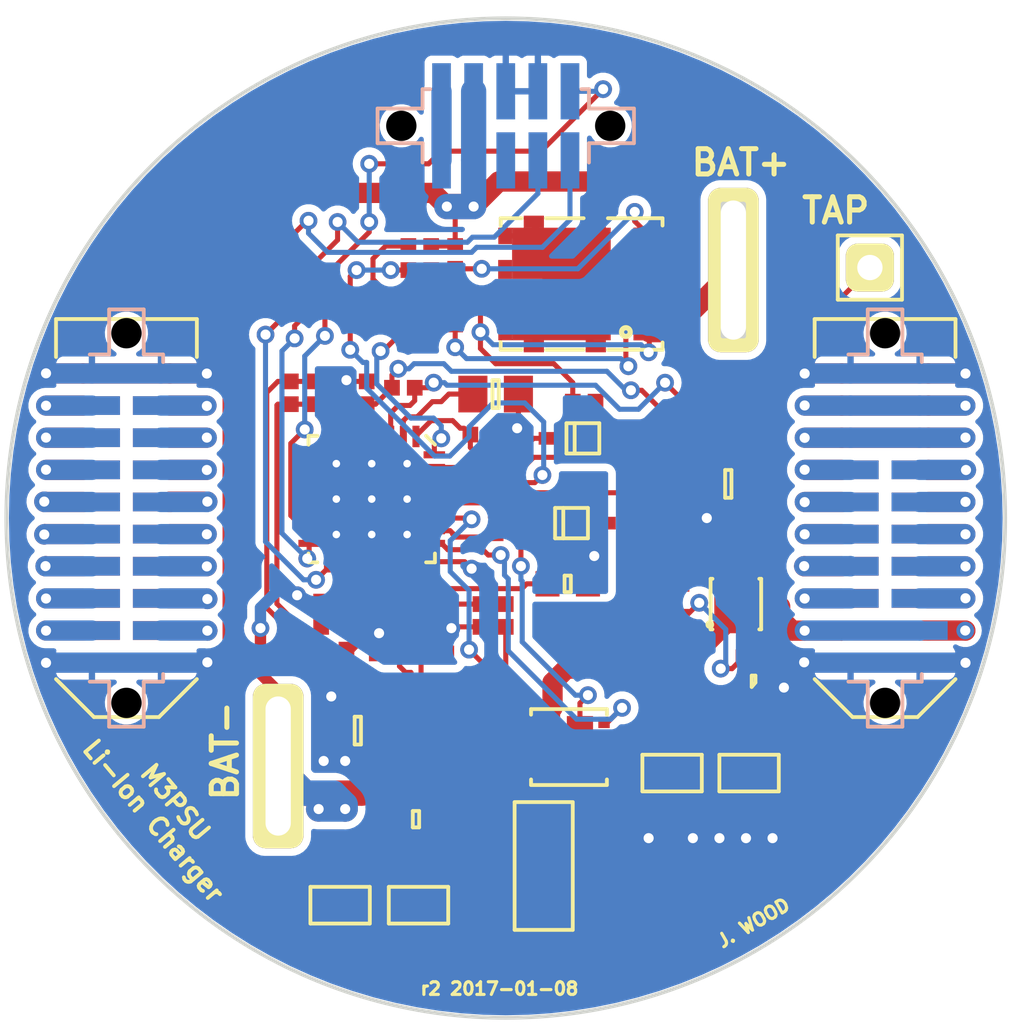
<source format=kicad_pcb>
(kicad_pcb (version 20221018) (generator pcbnew)
  (title_block (title "M3PSU - Li-Ion Charger") (date "2016-06-28") (rev "1") (company "CU Spaceflight") (comment 1 "Drawn by: Levin Tan, Jamie Wood"))
  (layers (0 "F.Cu" signal) (31 "B.Cu" signal) (34 "B.Paste" user) (35 "F.Paste" user) (36 "B.SilkS" user "B.Silkscreen") (37 "F.SilkS" user "F.Silkscreen") (38 "B.Mask" user) (39 "F.Mask" user) (44 "Edge.Cuts" user))
  (net 0 "")
  (net 1 "GND")
  (net 2 "Net-(C4-Pad2)")
  (net 3 "/BATT2")
  (net 4 "Net-(C8-Pad1)")
  (net 5 "/SCL")
  (net 6 "/SDA")
  (net 7 "/3v3_IMU")
  (net 8 "/JTMS")
  (net 9 "/3v3_RADIO")
  (net 10 "/JTCK")
  (net 11 "/3v3_FC")
  (net 12 "/3v3_PYRO")
  (net 13 "/JTDR")
  (net 14 "/3v3_DL")
  (net 15 "/RSVD1")
  (net 16 "/3v3_AUX1")
  (net 17 "/5v_CAN")
  (net 18 "/3v3_AUX2")
  (net 19 "/CAN-")
  (net 20 "/RSVD2")
  (net 21 "/CAN+")
  (net 22 "/JTDI")
  (net 23 "/PYRO_SO")
  (net 24 "/PYRO_SI")
  (net 25 "/5v_RADIO")
  (net 26 "/PYRO1")
  (net 27 "/5v_IMU")
  (net 28 "/PYRO2")
  (net 29 "/5v_AUX1")
  (net 30 "/PYRO3")
  (net 31 "/5v_AUX2")
  (net 32 "/PYRO4")
  (net 33 "/5v_CAM")
  (net 34 "/PWR")
  (net 35 "Net-(Q2-PadD)")
  (net 36 "/BATT1")
  (net 37 "/V_MAIN")
  (net 38 "Net-(C1-Pad2)")
  (net 39 "/VOUT")
  (net 40 "VCC")
  (net 41 "PGND")
  (net 42 "/VCHARGE")
  (net 43 "Net-(C7-Pad1)")
  (net 44 "Net-(C8-Pad2)")
  (net 45 "Net-(C9-Pad1)")
  (net 46 "Net-(C10-Pad1)")
  (net 47 "Net-(C10-Pad2)")
  (net 48 "Net-(C13-Pad1)")
  (net 49 "Net-(C15-Pad2)")
  (net 50 "Net-(C20-Pad2)")
  (net 51 "Net-(D4-Pad2)")
  (net 52 "Net-(IC1-Pad16)")
  (net 53 "Net-(IC1-Pad17)")
  (net 54 "Net-(IC1-Pad25)")
  (net 55 "Net-(IC1-Pad27)")
  (net 56 "/ACFET")
  (net 57 "/DSG")
  (net 58 "/ACP")
  (net 59 "/CHG")
  (net 60 "/V_SHORE")
  (net 61 "Net-(Q1-PadD1)")
  (net 62 "Net-(Q1-PadG2)")
  (net 63 "Net-(Q1-PadG1)")
  (net 64 "/~{ALERT}")
  (footprint "agg:TFML-110-02-L-D" (layer "F.Cu") (at 85 100 -90)
    (fp_text reference "J1")
    (fp_text value "WEST TOP")
  )
  (footprint "agg:TFML-110-02-L-D" (layer "F.Cu") (at 115 100 -90)
    (fp_text reference "J4")
    (fp_text value "EAST TOP")
  )
  (footprint "agg:SIL-254P-01" (layer "F.Cu") (at 114.4 90.1)
    (fp_text reference "J3")
    (fp_text value "TAP")
  )
  (footprint "agg:SIL-254P-01" (layer "F.Cu") (at 111 90.2)
    (fp_text reference "J7")
    (fp_text value "BAT+")
  )
  (footprint "agg:SIL-254P-01" (layer "F.Cu") (at 89 109.8)
    (fp_text reference "J8")
    (fp_text value "BAT-")
  )
  (footprint "agg:0402" (layer "F.Cu") (at 96.6 91.45 180)
    (fp_text reference "C1")
    (fp_text value "100n")
  )
  (footprint "agg:0402" (layer "F.Cu") (at 96.6 89.25)
    (fp_text reference "C2")
    (fp_text value "100n")
  )
  (footprint "agg:0402" (layer "F.Cu") (at 99 103.85 90)
    (fp_text reference "C3")
    (fp_text value "1µ")
  )
  (footprint "agg:0805" (layer "F.Cu") (at 99.6 95.1 180)
    (fp_text reference "C4")
    (fp_text value "2µ2")
  )
  (footprint "agg:1210" (layer "F.Cu") (at 106.578206 110.077916 90)
    (fp_text reference "C5")
    (fp_text value "10µ")
  )
  (footprint "agg:1210" (layer "F.Cu") (at 109.622756 110.077916 90)
    (fp_text reference "C6")
    (fp_text value "10µ")
  )
  (footprint "agg:0805" (layer "F.Cu") (at 108.8 98.65 180)
    (fp_text reference "C7")
    (fp_text value "2µ2")
  )
  (footprint "agg:0402" (layer "F.Cu") (at 99.6 100.15 -90)
    (fp_text reference "C8")
    (fp_text value "100n")
  )
  (footprint "agg:0603" (layer "F.Cu") (at 102.45 102.6)
    (fp_text reference "C9")
    (fp_text value "1µ5")
  )
  (footprint "agg:0402" (layer "F.Cu") (at 95.95 94.85 180)
    (fp_text reference "C10")
    (fp_text value "100n")
  )
  (footprint "agg:0402" (layer "F.Cu") (at 94.5 95.05 90)
    (fp_text reference "C11")
    (fp_text value "100n")
  )
  (footprint "agg:0402" (layer "F.Cu") (at 91.5 95.05 90)
    (fp_text reference "C12")
    (fp_text value "100p")
  )
  (footprint "agg:0402" (layer "F.Cu") (at 99.05 96.7)
    (fp_text reference "C13")
    (fp_text value "1µ")
  )
  (footprint "agg:0402" (layer "F.Cu") (at 92.45 95.05 90)
    (fp_text reference "C14")
    (fp_text value "100n")
  )
  (footprint "agg:0402" (layer "F.Cu") (at 97.2 105.35 180)
    (fp_text reference "C15")
    (fp_text value "100n")
  )
  (footprint "agg:0402" (layer "F.Cu") (at 96.3 104.3 180)
    (fp_text reference "C16")
    (fp_text value "100n")
  )
  (footprint "agg:0402" (layer "F.Cu") (at 95.35 105.35)
    (fp_text reference "C17")
    (fp_text value "100n")
  )
  (footprint "agg:1210" (layer "F.Cu") (at 93.45 115.3 -90)
    (fp_text reference "C18")
    (fp_text value "10µ")
  )
  (footprint "agg:1210" (layer "F.Cu") (at 96.55 115.3 -90)
    (fp_text reference "C19")
    (fp_text value "10µ")
  )
  (footprint "agg:0402" (layer "F.Cu") (at 92.7 104.75 90)
    (fp_text reference "C20")
    (fp_text value "22p")
  )
  (footprint "agg:SOD-323" (layer "F.Cu") (at 102.6 100.2)
    (fp_text reference "D3")
    (fp_text value "SCHOTTKY")
  )
  (footprint "agg:SOD-323" (layer "F.Cu") (at 103.05 96.85)
    (fp_text reference "D4")
    (fp_text value "SCHOTTKY")
  )
  (footprint "agg:QFN-32-EP-TI" (layer "F.Cu") (at 94.7 99.25 -90)
    (fp_text reference "IC1")
    (fp_text value "BQ40Z60")
  )
  (footprint "agg:SRP5030T" (layer "F.Cu") (at 101.5 113.75)
    (fp_text reference "L1")
    (fp_text value "2µ2")
  )
  (footprint "agg:PowerFLAT-5x6" (layer "F.Cu") (at 103 90.75 90)
    (fp_text reference "Q1")
    (fp_text value "NFET2")
  )
  (footprint "agg:SOT-883-B" (layer "F.Cu") (at 109.8 106.45 90)
    (fp_text reference "Q2")
    (fp_text value "NFET")
  )
  (footprint "agg:PowerPair-3x3" (layer "F.Cu") (at 102.5 109.05 -90)
    (fp_text reference "Q4")
    (fp_text value "SiZ340DT")
  )
  (footprint "agg:0402" (layer "F.Cu") (at 106.5 102.6)
    (fp_text reference "R1")
    (fp_text value "10K")
  )
  (footprint "agg:0402" (layer "F.Cu") (at 98 91.9 -90)
    (fp_text reference "R2")
    (fp_text value "10M")
  )
  (footprint "agg:0402" (layer "F.Cu") (at 106.5 103.9 180)
    (fp_text reference "R3")
    (fp_text value "5K1")
  )
  (footprint "agg:0402" (layer "F.Cu") (at 96.6 92.4 180)
    (fp_text reference "R4")
    (fp_text value "5K1")
  )
  (footprint "agg:0402" (layer "F.Cu") (at 109.85 105.5 180)
    (fp_text reference "R7")
    (fp_text value "10M")
  )
  (footprint "agg:0402" (layer "F.Cu") (at 96.6 90.2 180)
    (fp_text reference "R8")
    (fp_text value "5K1")
  )
  (footprint "agg:0402" (layer "F.Cu") (at 98 89.7 -90)
    (fp_text reference "R9")
    (fp_text value "10M")
  )
  (footprint "agg:0402" (layer "F.Cu") (at 92 90.3 -90)
    (fp_text reference "R10")
    (fp_text value "100R")
  )
  (footprint "agg:0402" (layer "F.Cu") (at 91.05 90.3 -90)
    (fp_text reference "R11")
    (fp_text value "100R")
  )
  (footprint "agg:0402" (layer "F.Cu") (at 109.3 101 180)
    (fp_text reference "R12")
    (fp_text value "100K")
  )
  (footprint "agg:0402" (layer "F.Cu") (at 109.3 100.05 180)
    (fp_text reference "R13")
    (fp_text value "2R")
  )
  (footprint "agg:0402" (layer "F.Cu") (at 100 103.85 -90)
    (fp_text reference "R14")
    (fp_text value "10R")
  )
  (footprint "agg:0402" (layer "F.Cu") (at 108.5 95 90)
    (fp_text reference "R15")
    (fp_text value "100R")
  )
  (footprint "agg:0402" (layer "F.Cu") (at 109.5 95 90)
    (fp_text reference "R16")
    (fp_text value "100R")
  )
  (footprint "agg:0805" (layer "F.Cu") (at 94.15 108.4 180)
    (fp_text reference "R17")
    (fp_text value "5m")
  )
  (footprint "agg:0603" (layer "F.Cu") (at 96.45 111.9 180)
    (fp_text reference "R18")
    (fp_text value "10m")
  )
  (footprint "agg:0402" (layer "F.Cu") (at 103.1 95.4 180)
    (fp_text reference "R19")
    (fp_text value "10R")
  )
  (footprint "agg:0402" (layer "F.Cu") (at 93.7 104.75 90)
    (fp_text reference "R20")
    (fp_text value "330K")
  )
  (footprint "agg:0402" (layer "F.Cu") (at 93.15 103.3 180)
    (fp_text reference "R21")
    (fp_text value "56K2")
  )
  (footprint "agg:SON2x2N" (layer "F.Cu") (at 109.1 103.4)
    (fp_text reference "Q3")
    (fp_text value "NFET_GDS")
  )
  (footprint "agg:SFML-110-02-L-D-LC" (layer "B.Cu") (at 85 100 -90)
    (fp_text reference "J2")
    (fp_text value "WEST BOT")
  )
  (footprint "agg:SFML-110-02-L-D-LC" (layer "B.Cu") (at 115 100 -90)
    (fp_text reference "J5")
    (fp_text value "EAST BOT")
  )
  (footprint "agg:SFML-105-02-L-D-LC" (layer "B.Cu") (at 100 84.5)
    (fp_text reference "J6")
    (fp_text value "NORTH BOT")
  )
  (gr_line (start 108.6 92.8) (end 108.6 87.6) (stroke (width 0.2)) (layer "Edge.Cuts"))
  (gr_circle (center 100 100) (end 119.75 100) (stroke (width 0.15)) (fill none) (layer "Edge.Cuts"))
  (gr_line (start 109.4 92.8) (end 108.6 92.8) (stroke (width 0.2)) (layer "Edge.Cuts"))
  (gr_line (start 109.4 87.6) (end 109.4 92.8) (stroke (width 0.2)) (layer "Edge.Cuts"))
  (gr_line (start 108.6 87.6) (end 109.4 87.6) (stroke (width 0.2)) (layer "Edge.Cuts"))
  (gr_text "TAP" (at 113.05 87.85) (layer "F.SilkS") (effects (font (size 1 1) (thickness 0.2))))
  (gr_text "BAT+" (at 109.3 85.95) (layer "F.SilkS") (effects (font (size 1 1) (thickness 0.2))))
  (gr_text "BAT-" (at 88.9 109.2 90) (layer "F.SilkS") (effects (font (size 1 1) (thickness 0.2))))
  (gr_text "M3PSU\nLi-Ion Charger" (at 86.5 111.6 310) (layer "F.SilkS") (effects (font (size 0.7 0.7))))
  (gr_text "r2 2017-01-08" (at 99.75 118.6) (layer "F.SilkS") (effects (font (size 0.5 0.5) (thickness 0.125))))
  (gr_text "J. WOOD" (at 109.8 116 30) (layer "F.SilkS") (effects (font (size 0.5 0.5) (thickness 0.125))))
  (segment (start 94.95 100.9) (end 94.7 100.65) (width 0.2) (layer "F.Cu") (net 1))
  (segment (start 93.2 110.87071) (end 92.07071 110.87071) (width 1) (layer "F.Cu") (net 1))
  (segment (start 92.07071 110.87071) (end 91 109.8) (width 1) (layer "F.Cu") (net 1))
  (segment (start 92 105.65) (end 91.50001 105.15001) (width 0.2) (layer "F.Cu") (net 1))
  (segment (start 92 103.3) (end 91.75 103.05) (width 0.2) (layer "F.Cu") (net 1))
  (segment (start 93.2 111.05) (end 93.65 111.5) (width 1) (layer "F.Cu") (net 1))
  (segment (start 93.2 110.87071) (end 93.2 110.9) (width 1) (layer "F.Cu") (net 1))
  (segment (start 97.65 104.55) (end 97.85 104.35) (width 0.2) (layer "F.Cu") (net 1))
  (segment (start 95.05 108.1) (end 94.4 107.45) (width 0.2) (layer "F.Cu") (net 1))
  (segment (start 94 105.85) (end 92.189998 105.85) (width 0.2) (layer "F.Cu") (net 1))
  (segment (start 92 105.660002) (end 92 105.65) (width 0.2) (layer "F.Cu") (net 1))
  (segment (start 97.65 105.35) (end 97.65 104.55) (width 0.2) (layer "F.Cu") (net 1))
  (segment (start 93.75 94.6) (end 93.7 94.55) (width 0.2) (layer "F.Cu") (net 1))
  (segment (start 90.95 95.54) (end 90.99 95.5) (width 0.2) (layer "F.Cu") (net 1))
  (segment (start 95.05 108.4) (end 95.05 110.125) (width 1) (layer "F.Cu") (net 1))
  (segment (start 90.99 95.5) (end 91.5 95.5) (width 0.2) (layer "F.Cu") (net 1))
  (segment (start 93.2 110.87071) (end 93.2 111.05) (width 1) (layer "F.Cu") (net 1))
  (segment (start 92.7 103.3) (end 92 103.3) (width 0.2) (layer "F.Cu") (net 1))
  (segment (start 92.95 96.775) (end 92.95 96) (width 0.2) (layer "F.Cu") (net 1))
  (segment (start 100.5 96.4) (end 100.45 96.45) (width 0.2) (layer "F.Cu") (net 1))
  (segment (start 94.4 107.45) (end 94.4 106.25) (width 0.2) (layer "F.Cu") (net 1))
  (segment (start 99.35 96.7) (end 99.35 96.710057) (width 0.2) (layer "F.Cu") (net 1))
  (segment (start 103.25 101.75) (end 103.5 101.5) (width 0.2) (layer "F.Cu") (net 1))
  (segment (start 99.5 96.7) (end 100.2 96.7) (width 0.2) (layer "F.Cu") (net 1))
  (segment (start 91 109.8) (end 91 110.70858) (width 0.2) (layer "F.Cu") (net 1))
  (segment (start 94.9 104.639998) (end 94.989998 104.55) (width 0.2) (layer "F.Cu") (net 1))
  (segment (start 94.9 105.35) (end 94.9 104.639998) (width 0.2) (layer "F.Cu") (net 1))
  (segment (start 95.05 108.4) (end 95.05 108.1) (width 0.2) (layer "F.Cu") (net 1))
  (segment (start 92.95 96) (end 92.45 95.5) (width 0.2) (layer "F.Cu") (net 1))
  (segment (start 93.2 110.9) (end 92.6 111.5) (width 1) (layer "F.Cu") (net 1))
  (segment (start 94.30429 110.87071) (end 93.2 110.87071) (width 1) (layer "F.Cu") (net 1))
  (segment (start 92.189998 105.85) (end 92 105.660002) (width 0.2) (layer "F.Cu") (net 1))
  (segment (start 94.5 94.6) (end 93.75 94.6) (width 0.2) (layer "F.Cu") (net 1))
  (segment (start 90.97929 109.82071) (end 90.97929 110.72929) (width 0.2) (layer "F.Cu") (net 1))
  (segment (start 103.25 102.6) (end 103.25 101.75) (width 0.2) (layer "F.Cu") (net 1))
  (segment (start 91.50001 105.15001) (end 91.50001 103.934311) (width 0.2) (layer "F.Cu") (net 1))
  (segment (start 91 106.85) (end 90.3 106.15) (width 0.45) (layer "F.Cu") (net 1))
  (segment (start 100.5 95.1) (end 100.5 96.4) (width 0.2) (layer "F.Cu") (net 1))
  (segment (start 94.95 101.725) (end 94.95 100.9) (width 0.2) (layer "F.Cu") (net 1))
  (segment (start 91.50001 103.934311) (end 90.95 103.384302) (width 0.2) (layer "F.Cu") (net 1))
  (segment (start 95.05 110.125) (end 94.30429 110.87071) (width 1) (layer "F.Cu") (net 1))
  (segment (start 92.225 97.5) (end 92.95 97.5) (width 0.2) (layer "F.Cu") (net 1))
  (segment (start 91 109.8) (end 90.97929 109.82071) (width 0.2) (layer "F.Cu") (net 1))
  (segment (start 94.4 106.25) (end 94 105.85) (width 0.2) (layer "F.Cu") (net 1))
  (segment (start 97.9 104.3) (end 97.85 104.35) (width 0.2) (layer "F.Cu") (net 1))
  (segment (start 100.2 96.7) (end 100.45 96.45) (width 0.2) (layer "F.Cu") (net 1))
  (segment (start 92.95 97.5) (end 93.3 97.85) (width 0.2) (layer "F.Cu") (net 1))
  (segment (start 90.95 103.384302) (end 90.95 95.54) (width 0.2) (layer "F.Cu") (net 1))
  (segment (start 90.3 106.15) (end 90.3 104.35) (width 0.45) (layer "F.Cu") (net 1))
  (segment (start 91.5 95.5) (end 92.45 95.5) (width 0.2) (layer "F.Cu") (net 1))
  (segment (start 99 104.3) (end 97.9 104.3) (width 0.2) (layer "F.Cu") (net 1))
  (via (at 97.85 104.35) (size 0.7) (drill 0.4) (layers "F.Cu" "B.Cu") (net 1))
  (via (at 91.75 103.05) (size 0.7) (drill 0.4) (layers "F.Cu" "B.Cu") (net 1))
  (via (at 93.7 94.55) (size 0.7) (drill 0.4) (layers "F.Cu" "B.Cu") (net 1))
  (via (at 94.989998 104.55) (size 0.7) (drill 0.4) (layers "F.Cu" "B.Cu") (net 1))
  (via (at 100.45 96.45) (size 0.7) (drill 0.4) (layers "F.Cu" "B.Cu") (net 1))
  (via (at 93.65 111.5) (size 0.8) (drill 0.4) (layers "F.Cu" "B.Cu") (net 1))
  (via (at 90.3 104.35) (size 0.7) (drill 0.4) (layers "F.Cu" "B.Cu") (net 1))
  (via (at 92.6 111.5) (size 0.8) (drill 0.4) (layers "F.Cu" "B.Cu") (net 1))
  (via (at 103.5 101.5) (size 0.7) (drill 0.4) (layers "F.Cu" "B.Cu") (net 1))
  (segment (start 92.6 111.5) (end 93.65 111.5) (width 1) (layer "B.Cu") (net 1))
  (segment (start 93.65 111.32071) (end 93.2 110.87071) (width 1) (layer "B.Cu") (net 1))
  (segment (start 90.3 104.35) (end 90.3 103.55) (width 0.45) (layer "B.Cu") (net 1))
  (segment (start 91.400001 102.700001) (end 91.75 103.05) (width 0.2) (layer "B.Cu") (net 1))
  (segment (start 91.149999 102.700001) (end 91.400001 102.700001) (width 0.2) (layer "B.Cu") (net 1))
  (segment (start 93.65 111.5) (end 93.65 111.32071) (width 1) (layer "B.Cu") (net 1))
  (segment (start 91.05 102.8) (end 91.149999 102.700001) (width 0.2) (layer "B.Cu") (net 1))
  (segment (start 92.07071 110.87071) (end 93.2 110.87071) (width 1) (layer "B.Cu") (net 1))
  (segment (start 90.3 103.55) (end 91.05 102.8) (width 0.45) (layer "B.Cu") (net 1))
  (segment (start 91 109.8) (end 92.07071 110.87071) (width 1) (layer "B.Cu") (net 1))
  (segment (start 96.5 96) (end 97.1 95.4) (width 0.2) (layer "F.Cu") (net 2))
  (segment (start 95.95 96.775) (end 95.95 96.15) (width 0.2) (layer "F.Cu") (net 2))
  (segment (start 96.1 96) (end 96.5 96) (width 0.2) (layer "F.Cu") (net 2))
  (segment (start 97.1 95.4) (end 97.45 95.4) (width 0.2) (layer "F.Cu") (net 2))
  (segment (start 97.75 95.1) (end 98.7 95.1) (width 0.2) (layer "F.Cu") (net 2))
  (segment (start 95.95 96.15) (end 96.1 96) (width 0.2) (layer "F.Cu") (net 2))
  (segment (start 97.45 95.4) (end 97.75 95.1) (width 0.2) (layer "F.Cu") (net 2))
  (segment (start 101.9 93.9) (end 102.65 94.65) (width 0.2) (layer "F.Cu") (net 3))
  (segment (start 99 91.94) (end 98.51 91.45) (width 0.2) (layer "F.Cu") (net 3))
  (segment (start 107.99 94.55) (end 106.545 93.105) (width 0.2) (layer "F.Cu") (net 3))
  (segment (start 102.65 94.65) (end 102.65 95.4) (width 0.2) (layer "F.Cu") (net 3))
  (segment (start 99 91.94) (end 99 92.65) (width 0.2) (layer "F.Cu") (net 3))
  (segment (start 99 93.3) (end 99 92.65) (width 0.2) (layer "F.Cu") (net 3))
  (segment (start 108.5 94.55) (end 107.99 94.55) (width 0.2) (layer "F.Cu") (net 3))
  (segment (start 99 93.3) (end 99.6 93.9) (width 0.2) (layer "F.Cu") (net 3))
  (segment (start 106.545 93.105) (end 106.545 92.655) (width 0.2) (layer "F.Cu") (net 3))
  (segment (start 105.675 92.655) (end 106.545 92.655) (width 0.8) (layer "F.Cu") (net 3))
  (segment (start 97.05 91.45) (end 98 91.45) (width 0.2) (layer "F.Cu") (net 3))
  (segment (start 106.545 92.655) (end 109 90.2) (width 0.8) (layer "F.Cu") (net 3))
  (segment (start 105.675 93.425) (end 105.65 93.45) (width 0.2) (layer "F.Cu") (net 3))
  (segment (start 99.6 93.9) (end 101.9 93.9) (width 0.2) (layer "F.Cu") (net 3))
  (segment (start 98.51 91.45) (end 98 91.45) (width 0.2) (layer "F.Cu") (net 3))
  (segment (start 105.675 92.655) (end 105.675 93.425) (width 0.2) (layer "F.Cu") (net 3))
  (via (at 99 92.65) (size 0.7) (drill 0.4) (layers "F.Cu" "B.Cu") (net 3))
  (via (at 105.65 93.45) (size 0.7) (drill 0.4) (layers "F.Cu" "B.Cu") (net 3))
  (segment (start 105.350001 93.150001) (end 99.500001 93.150001) (width 0.2) (layer "B.Cu") (net 3))
  (segment (start 99.500001 93.150001) (end 99 92.65) (width 0.2) (layer "B.Cu") (net 3))
  (segment (start 105.65 93.45) (end 105.350001 93.150001) (width 0.2) (layer "B.Cu") (net 3))
  (segment (start 99.6 99.7) (end 101.25 99.7) (width 0.2) (layer "F.Cu") (net 4))
  (segment (start 98.001996 99.5) (end 98.101997 99.399999) (width 0.2) (layer "F.Cu") (net 4))
  (segment (start 101.3 99.75) (end 101.3 100.2) (width 0.2) (layer "F.Cu") (net 4))
  (segment (start 99.299999 99.399999) (end 99.6 99.7) (width 0.2) (layer "F.Cu") (net 4))
  (segment (start 98.101997 99.399999) (end 99.299999 99.399999) (width 0.2) (layer "F.Cu") (net 4))
  (segment (start 101.25 99.7) (end 101.3 99.75) (width 0.2) (layer "F.Cu") (net 4))
  (segment (start 97.175 99.5) (end 98.001996 99.5) (width 0.2) (layer "F.Cu") (net 4))
  (segment (start 92.14 88.25) (end 92.2 88.25) (width 0.2) (layer "F.Cu") (net 5))
  (segment (start 91.05 89.85) (end 91.05 89.34) (width 0.2) (layer "F.Cu") (net 5))
  (segment (start 91.05 89.34) (end 92.14 88.25) (width 0.2) (layer "F.Cu") (net 5))
  (via (at 92.2 88.25) (size 0.7) (drill 0.4) (layers "F.Cu" "B.Cu") (net 5))
  (segment (start 102.54 88.21) (end 102.54 85.865) (width 0.2) (layer "B.Cu") (net 5))
  (segment (start 101.45 89.3) (end 102.54 88.21) (width 0.2) (layer "B.Cu") (net 5))
  (segment (start 92.2 88.25) (end 92.2 88.744974) (width 0.2) (layer "B.Cu") (net 5))
  (segment (start 92.2 88.744974) (end 92.955026 89.5) (width 0.2) (layer "B.Cu") (net 5))
  (segment (start 92.955026 89.5) (end 98.65 89.5) (width 0.2) (layer "B.Cu") (net 5))
  (segment (start 98.85 89.3) (end 101.45 89.3) (width 0.2) (layer "B.Cu") (net 5))
  (segment (start 102.54 86.605) (end 102.54 85.865) (width 0.2) (layer "B.Cu") (net 5))
  (segment (start 98.65 89.5) (end 98.85 89.3) (width 0.2) (layer "B.Cu") (net 5))
  (segment (start 92.51 89.85) (end 93.35 89.01) (width 0.2) (layer "F.Cu") (net 6))
  (segment (start 93.35 89.01) (end 93.35 88.3) (width 0.2) (layer "F.Cu") (net 6))
  (segment (start 92 89.85) (end 92.51 89.85) (width 0.2) (layer "F.Cu") (net 6))
  (via (at 93.35 88.3) (size 0.7) (drill 0.4) (layers "F.Cu" "B.Cu") (net 6))
  (segment (start 99.54501 88.89999) (end 98.684311 88.89999) (width 0.2) (layer "B.Cu") (net 6))
  (segment (start 101.27 87.175) (end 99.54501 88.89999) (width 0.2) (layer "B.Cu") (net 6))
  (segment (start 98.684311 88.89999) (end 98.484311 89.09999) (width 0.2) (layer "B.Cu") (net 6))
  (segment (start 94.14999 89.09999) (end 93.35 88.3) (width 0.2) (layer "B.Cu") (net 6))
  (segment (start 101.27 85.865) (end 101.27 87.175) (width 0.2) (layer "B.Cu") (net 6))
  (segment (start 98.484311 89.09999) (end 94.14999 89.09999) (width 0.2) (layer "B.Cu") (net 6))
  (segment (start 81.825 95.555) (end 81.82 95.56) (width 0.28) (layer "F.Cu") (net 7))
  (segment (start 83.285 95.555) (end 81.825 95.555) (width 0.8) (layer "F.Cu") (net 7))
  (via (at 81.82 95.56) (size 0.7) (drill 0.4) (layers "F.Cu" "B.Cu") (net 7))
  (segment (start 81.82 95.56) (end 81.825 95.555) (width 0.28) (layer "B.Cu") (net 7))
  (segment (start 81.825 95.555) (end 83.635 95.555) (width 0.8) (layer "B.Cu") (net 7))
  (segment (start 88.165 95.555) (end 88.18 95.57) (width 0.28) (layer "F.Cu") (net 8))
  (segment (start 86.715 95.555) (end 88.165 95.555) (width 0.8) (layer "F.Cu") (net 8))
  (via (at 88.18 95.57) (size 0.7) (drill 0.4) (layers "F.Cu" "B.Cu") (net 8))
  (segment (start 88.18 95.57) (end 88.165 95.555) (width 0.28) (layer "B.Cu") (net 8))
  (segment (start 88.165 95.555) (end 86.365 95.555) (width 0.8) (layer "B.Cu") (net 8))
  (segment (start 81.82 96.82) (end 81.825 96.825) (width 0.28) (layer "F.Cu") (net 9))
  (segment (start 81.825 96.825) (end 83.285 96.825) (width 0.8) (layer "F.Cu") (net 9))
  (via (at 81.82 96.82) (size 0.7) (drill 0.4) (layers "F.Cu" "B.Cu") (net 9))
  (segment (start 81.825 96.825) (end 81.82 96.82) (width 0.28) (layer "B.Cu") (net 9))
  (segment (start 83.635 96.825) (end 81.825 96.825) (width 0.8) (layer "B.Cu") (net 9))
  (segment (start 88.18 96.82) (end 88.175 96.825) (width 0.28) (layer "F.Cu") (net 10))
  (segment (start 88.175 96.825) (end 86.715 96.825) (width 0.8) (layer "F.Cu") (net 10))
  (via (at 88.18 96.82) (size 0.7) (drill 0.4) (layers "F.Cu" "B.Cu") (net 10))
  (segment (start 88.175 96.825) (end 88.18 96.82) (width 0.28) (layer "B.Cu") (net 10))
  (segment (start 86.365 96.825) (end 88.175 96.825) (width 0.8) (layer "B.Cu") (net 10))
  (segment (start 81.825 98.095) (end 81.82 98.09) (width 0.28) (layer "F.Cu") (net 11))
  (segment (start 83.285 98.095) (end 81.825 98.095) (width 0.8) (layer "F.Cu") (net 11))
  (via (at 81.82 98.09) (size 0.7) (drill 0.4) (layers "F.Cu" "B.Cu") (net 11))
  (segment (start 81.82 98.09) (end 81.825 98.095) (width 0.28) (layer "B.Cu") (net 11))
  (segment (start 81.825 98.095) (end 83.635 98.095) (width 0.8) (layer "B.Cu") (net 11))
  (segment (start 81.765 99.365) (end 81.75 99.35) (width 0.8) (layer "F.Cu") (net 12))
  (segment (start 83.285 99.365) (end 81.765 99.365) (width 0.8) (layer "F.Cu") (net 12))
  (via (at 81.75 99.35) (size 0.7) (drill 0.4) (layers "F.Cu" "B.Cu") (net 12))
  (segment (start 83.635 99.365) (end 81.765 99.365) (width 0.8) (layer "B.Cu") (net 12))
  (segment (start 81.765 99.365) (end 81.75 99.35) (width 0.8) (layer "B.Cu") (net 12))
  (segment (start 88.2 99.35) (end 86.73 99.35) (width 0.8) (layer "F.Cu") (net 13))
  (segment (start 86.73 99.35) (end 86.715 99.365) (width 0.8) (layer "F.Cu") (net 13))
  (via (at 88.2 99.35) (size 0.7) (drill 0.4) (layers "F.Cu" "B.Cu") (net 13))
  (segment (start 86.365 99.365) (end 88.185 99.365) (width 0.8) (layer "B.Cu") (net 13))
  (segment (start 88.185 99.365) (end 88.2 99.35) (width 0.8) (layer "B.Cu") (net 13))
  (segment (start 83.285 100.635) (end 81.765 100.635) (width 0.8) (layer "F.Cu") (net 14))
  (segment (start 81.765 100.635) (end 81.75 100.65) (width 0.8) (layer "F.Cu") (net 14))
  (via (at 81.75 100.65) (size 0.7) (drill 0.4) (layers "F.Cu" "B.Cu") (net 14))
  (segment (start 81.765 100.635) (end 81.75 100.65) (width 0.8) (layer "B.Cu") (net 14))
  (segment (start 83.635 100.635) (end 81.765 100.635) (width 0.8) (layer "B.Cu") (net 14))
  (segment (start 88.175 100.635) (end 88.18 100.64) (width 0.28) (layer "F.Cu") (net 15))
  (segment (start 86.715 100.635) (end 88.175 100.635) (width 0.8) (layer "F.Cu") (net 15))
  (via (at 88.18 100.64) (size 0.7) (drill 0.4) (layers "F.Cu" "B.Cu") (net 15))
  (segment (start 88.18 100.64) (end 88.175 100.635) (width 0.28) (layer "B.Cu") (net 15))
  (segment (start 88.175 100.635) (end 86.365 100.635) (width 0.8) (layer "B.Cu") (net 15))
  (segment (start 83.285 101.905) (end 81.805 101.905) (width 0.8) (layer "F.Cu") (net 16))
  (segment (start 81.805 101.905) (end 81.8 101.9) (width 0.8) (layer "F.Cu") (net 16))
  (via (at 81.8 101.9) (size 0.7) (drill 0.4) (layers "F.Cu" "B.Cu") (net 16))
  (segment (start 83.635 101.905) (end 81.805 101.905) (width 0.8) (layer "B.Cu") (net 16))
  (segment (start 81.805 101.905) (end 81.8 101.9) (width 0.8) (layer "B.Cu") (net 16))
  (segment (start 88.18 101.91) (end 88.175 101.905) (width 0.28) (layer "F.Cu") (net 17))
  (segment (start 88.175 101.905) (end 86.715 101.905) (width 0.8) (layer "F.Cu") (net 17))
  (via (at 88.18 101.91) (size 0.7) (drill 0.4) (layers "F.Cu" "B.Cu") (net 17))
  (segment (start 88.175 101.905) (end 88.18 101.91) (width 0.28) (layer "B.Cu") (net 17))
  (segment (start 86.365 101.905) (end 88.175 101.905) (width 0.8) (layer "B.Cu") (net 17))
  (segment (start 81.825 103.175) (end 81.82 103.18) (width 0.28) (layer "F.Cu") (net 18))
  (segment (start 83.285 103.175) (end 81.825 103.175) (width 0.8) (layer "F.Cu") (net 18))
  (via (at 81.82 103.18) (size 0.7) (drill 0.4) (layers "F.Cu" "B.Cu") (net 18))
  (segment (start 81.82 103.18) (end 81.825 103.175) (width 0.28) (layer "B.Cu") (net 18))
  (segment (start 81.825 103.175) (end 83.635 103.175) (width 0.8) (layer "B.Cu") (net 18))
  (segment (start 88.175 103.175) (end 88.2 103.2) (width 0.8) (layer "F.Cu") (net 19))
  (segment (start 86.715 103.175) (end 88.175 103.175) (width 0.8) (layer "F.Cu") (net 19))
  (via (at 88.2 103.2) (size 0.7) (drill 0.4) (layers "F.Cu" "B.Cu") (net 19))
  (segment (start 86.365 103.175) (end 88.175 103.175) (width 0.8) (layer "B.Cu") (net 19))
  (segment (start 88.175 103.175) (end 88.2 103.2) (width 0.8) (layer "B.Cu") (net 19))
  (segment (start 81.82 104.45) (end 81.825 104.445) (width 0.28) (layer "F.Cu") (net 20))
  (segment (start 81.825 104.445) (end 83.285 104.445) (width 0.8) (layer "F.Cu") (net 20))
  (via (at 81.82 104.45) (size 0.7) (drill 0.4) (layers "F.Cu" "B.Cu") (net 20))
  (segment (start 81.825 104.445) (end 81.82 104.45) (width 0.28) (layer "B.Cu") (net 20))
  (segment (start 83.635 104.445) (end 81.825 104.445) (width 0.8) (layer "B.Cu") (net 20))
  (segment (start 86.715 104.445) (end 88.195 104.445) (width 0.8) (layer "F.Cu") (net 21))
  (segment (start 88.195 104.445) (end 88.2 104.45) (width 0.8) (layer "F.Cu") (net 21))
  (via (at 88.2 104.45) (size 0.7) (drill 0.4) (layers "F.Cu" "B.Cu") (net 21))
  (segment (start 86.365 104.445) (end 88.195 104.445) (width 0.8) (layer "B.Cu") (net 21))
  (segment (start 88.195 104.445) (end 88.2 104.45) (width 0.8) (layer "B.Cu") (net 21))
  (segment (start 88.175 98.095) (end 88.18 98.1) (width 0.28) (layer "F.Cu") (net 22))
  (segment (start 86.715 98.095) (end 88.175 98.095) (width 0.8) (layer "F.Cu") (net 22))
  (via (at 88.18 98.1) (size 0.7) (drill 0.4) (layers "F.Cu" "B.Cu") (net 22))
  (segment (start 88.18 98.1) (end 88.175 98.095) (width 0.28) (layer "B.Cu") (net 22))
  (segment (start 88.175 98.095) (end 86.365 98.095) (width 0.8) (layer "B.Cu") (net 22))
  (segment (start 118.175 95.555) (end 118.18 95.56) (width 0.28) (layer "F.Cu") (net 23))
  (segment (start 111.82 95.55) (end 111.825 95.555) (width 0.28) (layer "F.Cu") (net 23))
  (segment (start 111.825 95.555) (end 113.285 95.555) (width 0.8) (layer "F.Cu") (net 23))
  (segment (start 116.715 95.555) (end 118.175 95.555) (width 0.8) (layer "F.Cu") (net 23))
  (segment (start 116.715 95.555) (end 113.285 95.555) (width 0.8) (layer "F.Cu") (net 23))
  (via (at 118.18 95.56) (size 0.7) (drill 0.4) (layers "F.Cu" "B.Cu") (net 23))
  (via (at 111.82 95.55) (size 0.7) (drill 0.4) (layers "F.Cu" "B.Cu") (net 23))
  (segment (start 118.18 95.56) (end 118.175 95.555) (width 0.28) (layer "B.Cu") (net 23))
  (segment (start 118.175 95.555) (end 116.365 95.555) (width 0.8) (layer "B.Cu") (net 23))
  (segment (start 111.825 95.555) (end 111.82 95.55) (width 0.28) (layer "B.Cu") (net 23))
  (segment (start 113.635 95.555) (end 111.825 95.555) (width 0.8) (layer "B.Cu") (net 23))
  (segment (start 113.635 95.555) (end 116.365 95.555) (width 0.8) (layer "B.Cu") (net 23))
  (segment (start 118.18 96.82) (end 118.175 96.825) (width 0.28) (layer "F.Cu") (net 24))
  (segment (start 118.175 96.825) (end 116.715 96.825) (width 0.8) (layer "F.Cu") (net 24))
  (segment (start 111.82 96.83) (end 111.825 96.825) (width 0.28) (layer "F.Cu") (net 24))
  (segment (start 111.825 96.825) (end 113.285 96.825) (width 0.8) (layer "F.Cu") (net 24))
  (segment (start 116.715 96.825) (end 113.285 96.825) (width 0.8) (layer "F.Cu") (net 24))
  (via (at 118.18 96.82) (size 0.7) (drill 0.4) (layers "F.Cu" "B.Cu") (net 24))
  (via (at 111.82 96.83) (size 0.7) (drill 0.4) (layers "F.Cu" "B.Cu") (net 24))
  (segment (start 118.175 96.825) (end 118.18 96.82) (width 0.28) (layer "B.Cu") (net 24))
  (segment (start 111.825 96.825) (end 111.82 96.83) (width 0.28) (layer "B.Cu") (net 24))
  (segment (start 113.635 96.825) (end 111.825 96.825) (width 0.8) (layer "B.Cu") (net 24))
  (segment (start 116.365 96.825) (end 118.175 96.825) (width 0.8) (layer "B.Cu") (net 24))
  (segment (start 116.365 96.825) (end 113.635 96.825) (width 0.8) (layer "B.Cu") (net 24))
  (segment (start 111.82 98.09) (end 111.825 98.095) (width 0.28) (layer "F.Cu") (net 25))
  (segment (start 111.825 98.095) (end 113.285 98.095) (width 0.8) (layer "F.Cu") (net 25))
  (via (at 111.82 98.09) (size 0.7) (drill 0.4) (layers "F.Cu" "B.Cu") (net 25))
  (segment (start 111.825 98.095) (end 111.82 98.09) (width 0.28) (layer "B.Cu") (net 25))
  (segment (start 113.635 98.095) (end 111.825 98.095) (width 0.8) (layer "B.Cu") (net 25))
  (segment (start 118.2 98.1) (end 116.72 98.1) (width 0.8) (layer "F.Cu") (net 26))
  (segment (start 116.72 98.1) (end 116.715 98.095) (width 0.8) (layer "F.Cu") (net 26))
  (via (at 118.2 98.1) (size 0.7) (drill 0.4) (layers "F.Cu" "B.Cu") (net 26))
  (segment (start 116.365 98.095) (end 118.195 98.095) (width 0.8) (layer "B.Cu") (net 26))
  (segment (start 118.195 98.095) (end 118.2 98.1) (width 0.8) (layer "B.Cu") (net 26))
  (segment (start 111.82 99.37) (end 111.825 99.365) (width 0.28) (layer "F.Cu") (net 27))
  (segment (start 111.825 99.365) (end 113.285 99.365) (width 0.8) (layer "F.Cu") (net 27))
  (via (at 111.82 99.37) (size 0.7) (drill 0.4) (layers "F.Cu" "B.Cu") (net 27))
  (segment (start 111.825 99.365) (end 111.82 99.37) (width 0.28) (layer "B.Cu") (net 27))
  (segment (start 113.635 99.365) (end 111.825 99.365) (width 0.8) (layer "B.Cu") (net 27))
  (segment (start 118.18 99.36) (end 118.175 99.365) (width 0.28) (layer "F.Cu") (net 28))
  (segment (start 118.175 99.365) (end 116.715 99.365) (width 0.8) (layer "F.Cu") (net 28))
  (via (at 118.18 99.36) (size 0.7) (drill 0.4) (layers "F.Cu" "B.Cu") (net 28))
  (segment (start 118.175 99.365) (end 118.18 99.36) (width 0.28) (layer "B.Cu") (net 28))
  (segment (start 116.365 99.365) (end 118.175 99.365) (width 0.8) (layer "B.Cu") (net 28))
  (segment (start 111.82 100.64) (end 111.825 100.635) (width 0.28) (layer "F.Cu") (net 29))
  (segment (start 111.825 100.635) (end 113.285 100.635) (width 0.8) (layer "F.Cu") (net 29))
  (via (at 111.82 100.64) (size 0.7) (drill 0.4) (layers "F.Cu" "B.Cu") (net 29))
  (segment (start 111.825 100.635) (end 111.82 100.64) (width 0.28) (layer "B.Cu") (net 29))
  (segment (start 113.635 100.635) (end 111.825 100.635) (width 0.8) (layer "B.Cu") (net 29))
  (segment (start 118.175 100.635) (end 118.18 100.64) (width 0.28) (layer "F.Cu") (net 30))
  (segment (start 116.715 100.635) (end 118.175 100.635) (width 0.8) (layer "F.Cu") (net 30))
  (via (at 118.18 100.64) (size 0.7) (drill 0.4) (layers "F.Cu" "B.Cu") (net 30))
  (segment (start 118.18 100.64) (end 118.175 100.635) (width 0.28) (layer "B.Cu") (net 30))
  (segment (start 118.175 100.635) (end 116.365 100.635) (width 0.8) (layer "B.Cu") (net 30))
  (segment (start 111.805 101.905) (end 111.8 101.9) (width 0.8) (layer "F.Cu") (net 31))
  (segment (start 113.285 101.905) (end 111.805 101.905) (width 0.8) (layer "F.Cu") (net 31))
  (via (at 111.8 101.9) (size 0.7) (drill 0.4) (layers "F.Cu" "B.Cu") (net 31))
  (segment (start 113.63 101.9) (end 113.635 101.905) (width 0.8) (layer "B.Cu") (net 31))
  (segment (start 111.8 101.9) (end 113.63 101.9) (width 0.8) (layer "B.Cu") (net 31))
  (segment (start 118.18 101.91) (end 118.175 101.905) (width 0.28) (layer "F.Cu") (net 32))
  (segment (start 118.175 101.905) (end 116.715 101.905) (width 0.8) (layer "F.Cu") (net 32))
  (via (at 118.18 101.91) (size 0.7) (drill 0.4) (layers "F.Cu" "B.Cu") (net 32))
  (segment (start 118.175 101.905) (end 118.18 101.91) (width 0.28) (layer "B.Cu") (net 32))
  (segment (start 116.365 101.905) (end 118.175 101.905) (width 0.8) (layer "B.Cu") (net 32))
  (segment (start 111.82 103.18) (end 111.825 103.175) (width 0.28) (layer "F.Cu") (net 33))
  (segment (start 111.825 103.175) (end 113.285 103.175) (width 0.8) (layer "F.Cu") (net 33))
  (via (at 111.82 103.18) (size 0.7) (drill 0.4) (layers "F.Cu" "B.Cu") (net 33))
  (segment (start 111.825 103.175) (end 111.82 103.18) (width 0.28) (layer "B.Cu") (net 33))
  (segment (start 113.635 103.175) (end 111.825 103.175) (width 0.8) (layer "B.Cu") (net 33))
  (segment (start 118.18 103.17) (end 118.175 103.175) (width 0.28) (layer "F.Cu") (net 34))
  (segment (start 118.175 103.175) (end 116.715 103.175) (width 0.8) (layer "F.Cu") (net 34))
  (via (at 118.18 103.17) (size 0.7) (drill 0.4) (layers "F.Cu" "B.Cu") (net 34))
  (segment (start 118.175 103.175) (end 118.18 103.17) (width 0.28) (layer "B.Cu") (net 34))
  (segment (start 116.365 103.175) (end 118.175 103.175) (width 0.8) (layer "B.Cu") (net 34))
  (segment (start 109.4 105.5) (end 109.4 104.99) (width 0.2) (layer "F.Cu") (net 35))
  (segment (start 109.4 104.99) (end 109.75 104.64) (width 0.2) (layer "F.Cu") (net 35))
  (segment (start 109.4 106.4) (end 109.45 106.45) (width 0.2) (layer "F.Cu") (net 35))
  (segment (start 107.1 103.9) (end 107.65 103.35) (width 0.2) (layer "F.Cu") (net 35))
  (segment (start 108.95 105.95) (end 109.4 105.5) (width 0.2) (layer "F.Cu") (net 35))
  (segment (start 106.95 103.9) (end 107.1 103.9) (width 0.2) (layer "F.Cu") (net 35))
  (segment (start 108.5 105.95) (end 108.95 105.95) (width 0.2) (layer "F.Cu") (net 35))
  (segment (start 109.4 105.5) (end 109.4 106.4) (width 0.2) (layer "F.Cu") (net 35))
  (segment (start 109.35 105.55) (end 109.4 105.5) (width 0.2) (layer "F.Cu") (net 35))
  (segment (start 109.75 104.64) (end 109.75 104.3225) (width 0.2) (layer "F.Cu") (net 35))
  (via (at 108.5 105.95) (size 0.7) (drill 0.4) (layers "F.Cu" "B.Cu") (net 35))
  (via (at 107.65 103.35) (size 0.7) (drill 0.4) (layers "F.Cu" "B.Cu") (net 35))
  (segment (start 107.65 103.35) (end 108.7 104.4) (width 0.2) (layer "B.Cu") (net 35))
  (segment (start 108.7 104.4) (end 108.7 105.75) (width 0.2) (layer "B.Cu") (net 35))
  (segment (start 108.7 105.75) (end 108.5 105.95) (width 0.2) (layer "B.Cu") (net 35))
  (segment (start 109.5 94.55) (end 110.01 94.55) (width 0.2) (layer "F.Cu") (net 36))
  (segment (start 110.01 94.55) (end 114.4 90.16) (width 0.2) (layer "F.Cu") (net 36))
  (segment (start 114.4 90.16) (end 114.4 90.1) (width 0.2) (layer "F.Cu") (net 36))
  (segment (start 97.445 83.135) (end 97.46 83.135) (width 0.6) (layer "B.Cu") (net 37))
  (segment (start 97.46 83.135) (end 97.46 85.865) (width 0.8) (layer "B.Cu") (net 37))
  (segment (start 94.750001 90.560001) (end 94.750001 89.749999) (width 0.2) (layer "F.Cu") (net 38))
  (segment (start 94.750001 89.749999) (end 95.25 89.25) (width 0.2) (layer "F.Cu") (net 38))
  (segment (start 95.64 91.45) (end 94.750001 90.560001) (width 0.2) (layer "F.Cu") (net 38))
  (segment (start 96.15 91.45) (end 95.64 91.45) (width 0.2) (layer "F.Cu") (net 38))
  (segment (start 95.25 89.25) (end 96.15 89.25) (width 0.2) (layer "F.Cu") (net 38))
  (segment (start 97.67 87.69) (end 98.73 87.69) (width 1) (layer "F.Cu") (net 39))
  (segment (start 94.210001 103.660001) (end 94.399999 103.849999) (width 0.2) (layer "F.Cu") (net 39))
  (segment (start 97.13 87.15) (end 97.67 87.69) (width 0.8) (layer "F.Cu") (net 39))
  (segment (start 99.72 86.7) (end 98.73 87.69) (width 0.8) (layer "F.Cu") (net 39))
  (segment (start 107.05 88.189998) (end 105.560002 86.7) (width 0.8) (layer "F.Cu") (net 39))
  (segment (start 95.65 111.9) (end 95.65 112.9) (width 1) (layer "F.Cu") (net 39))
  (segment (start 105.560002 86.7) (end 99.72 86.7) (width 0.8) (layer "F.Cu") (net 39))
  (segment (start 98 89.25) (end 98 88.02) (width 0.2) (layer "F.Cu") (net 39))
  (segment (start 91.5 87.15) (end 97.13 87.15) (width 0.8) (layer "F.Cu") (net 39))
  (segment (start 95.4 103.85) (end 95.85 104.3) (width 0.2) (layer "F.Cu") (net 39))
  (segment (start 94.399999 103.849999) (end 95.4 103.85) (width 0.2) (layer "F.Cu") (net 39))
  (segment (start 93.95 102.395701) (end 94.210001 102.655702) (width 0.2) (layer "F.Cu") (net 39))
  (segment (start 95.85 105.3) (end 95.8 105.35) (width 0.2) (layer "F.Cu") (net 39))
  (segment (start 95.8 105.86) (end 95.8 105.35) (width 0.2) (layer "F.Cu") (net 39))
  (segment (start 96.24999 111.35001) (end 96.24999 106.10001) (width 0.2) (layer "F.Cu") (net 39))
  (segment (start 89.20001 113.25) (end 89.20001 89.44999) (width 0.8) (layer "F.Cu") (net 39))
  (segment (start 94.210001 102.655702) (end 94.210001 103.660001) (width 0.2) (layer "F.Cu") (net 39))
  (segment (start 93.960002 105.2) (end 94.310001 104.850001) (width 0.2) (layer "F.Cu") (net 39))
  (segment (start 95.65 112.9) (end 96.55 113.8) (width 1) (layer "F.Cu") (net 39))
  (segment (start 93.7 105.2) (end 93.85 105.2) (width 0.2) (layer "F.Cu") (net 39))
  (segment (start 92.7 105.2) (end 93.7 105.2) (width 0.2) (layer "F.Cu") (net 39))
  (segment (start 94.310001 104.850001) (end 94.310001 103.760001) (width 0.2) (layer "F.Cu") (net 39))
  (segment (start 95.85 104.3) (end 95.85 105.3) (width 0.2) (layer "F.Cu") (net 39))
  (segment (start 93.45 113.8) (end 96.55 113.8) (width 1) (layer "F.Cu") (net 39))
  (segment (start 107.05 88.189998) (end 107.05 89.500002) (width 0.8) (layer "F.Cu") (net 39))
  (segment (start 96.24999 106.10001) (end 96.04001 106.10001) (width 0.2) (layer "F.Cu") (net 39))
  (segment (start 95.7 111.9) (end 96.24999 111.35001) (width 0.2) (layer "F.Cu") (net 39))
  (segment (start 89.75001 113.8) (end 89.20001 113.25) (width 0.8) (layer "F.Cu") (net 39))
  (segment (start 98 88.02) (end 97.67 87.69) (width 0.2) (layer "F.Cu") (net 39))
  (segment (start 93.7 105.2) (end 93.960002 105.2) (width 0.2) (layer "F.Cu") (net 39))
  (segment (start 97.05 89.25) (end 98 89.25) (width 0.2) (layer "F.Cu") (net 39))
  (segment (start 89.20001 89.44999) (end 91.5 87.15) (width 0.8) (layer "F.Cu") (net 39))
  (segment (start 96.04001 106.10001) (end 95.8 105.86) (width 0.2) (layer "F.Cu") (net 39))
  (segment (start 106.435002 90.115) (end 105.675 90.115) (width 0.8) (layer "F.Cu") (net 39))
  (segment (start 93.95 101.725) (end 93.95 102.395701) (width 0.2) (layer "F.Cu") (net 39))
  (segment (start 95.65 111.9) (end 95.7 111.9) (width 0.2) (layer "F.Cu") (net 39))
  (segment (start 94.310001 103.760001) (end 94.210001 103.660001) (width 0.2) (layer "F.Cu") (net 39))
  (segment (start 107.05 89.500002) (end 106.435002 90.115) (width 0.8) (layer "F.Cu") (net 39))
  (segment (start 93.45 113.8) (end 89.75001 113.8) (width 0.8) (layer "F.Cu") (net 39))
  (via (at 98.73 87.69) (size 0.7) (drill 0.4) (layers "F.Cu" "B.Cu") (net 39))
  (via (at 97.67 87.69) (size 0.7) (drill 0.4) (layers "F.Cu" "B.Cu") (net 39))
  (segment (start 98.73 87.69) (end 97.67 87.69) (width 1) (layer "B.Cu") (net 39))
  (segment (start 98.73 85.865) (end 98.73 83.135) (width 1) (layer "B.Cu") (net 39))
  (segment (start 98.73 85.865) (end 98.73 87.69) (width 1) (layer "B.Cu") (net 39))
  (segment (start 96.925699 103.4) (end 99 103.4) (width 0.2) (layer "F.Cu") (net 40))
  (segment (start 95.45 102.95) (end 95.54998 103.04998) (width 0.2) (layer "F.Cu") (net 40))
  (segment (start 95.45 101.725) (end 95.45 102.95) (width 0.2) (layer "F.Cu") (net 40))
  (segment (start 96.575679 103.04998) (end 96.925699 103.4) (width 0.2) (layer "F.Cu") (net 40))
  (segment (start 100 103.4) (end 99 103.4) (width 0.2) (layer "F.Cu") (net 40))
  (segment (start 95.54998 103.04998) (end 96.575679 103.04998) (width 0.2) (layer "F.Cu") (net 40))
  (segment (start 88.175 94.285) (end 88.18 94.29) (width 0.28) (layer "F.Cu") (net 41))
  (segment (start 81.825 105.715) (end 81.82 105.72) (width 0.8) (layer "F.Cu") (net 41))
  (segment (start 118.175 105.715) (end 118.18 105.72) (width 0.8) (layer "F.Cu") (net 41))
  (segment (start 118.18 94.29) (end 118.175 94.285) (width 0.8) (layer "F.Cu") (net 41))
  (segment (start 118.175 94.285) (end 116.715 94.285) (width 0.8) (layer "F.Cu") (net 41))
  (segment (start 111.82 94.29) (end 111.825 94.285) (width 0.8) (layer "F.Cu") (net 41))
  (segment (start 111.825 94.285) (end 113.285 94.285) (width 0.8) (layer "F.Cu") (net 41))
  (segment (start 81.82 94.28) (end 81.825 94.285) (width 0.6) (layer "F.Cu") (net 41))
  (segment (start 81.825 94.285) (end 83.285 94.285) (width 0.8) (layer "F.Cu") (net 41))
  (segment (start 93.25 108.4) (end 93.25 109.6) (width 0.8) (layer "F.Cu") (net 41))
  (segment (start 93.25 108.25) (end 93.25 108.4) (width 0.2) (layer "F.Cu") (net 41))
  (segment (start 93.45 96.775) (end 93.45 95.339998) (width 0.2) (layer "F.Cu") (net 41))
  (segment (start 90.54999 103.54999) (end 91.1 104.1) (width 0.2) (layer "F.Cu") (net 41))
  (segment (start 83.285 105.715) (end 81.825 105.715) (width 0.8) (layer "F.Cu") (net 41))
  (segment (start 98.375 101.725) (end 98.65 102) (width 0.2) (layer "F.Cu") (net 41))
  (segment (start 107.4 112.65) (end 105.65 112.65) (width 0.2) (layer "F.Cu") (net 41))
  (segment (start 96.55 116.8) (end 104.310002 116.8) (width 1.5) (layer "F.Cu") (net 41))
  (segment (start 91.1 104.1) (end 91.1 105.325701) (width 0.2) (layer "F.Cu") (net 41))
  (segment (start 93.25 109.6) (end 92.8 109.6) (width 0.8) (layer "F.Cu") (net 41))
  (segment (start 90.99 94.6) (end 90.54999 95.04001) (width 0.2) (layer "F.Cu") (net 41))
  (segment (start 113.285 94.285) (end 116.715 94.285) (width 0.8) (layer "F.Cu") (net 41))
  (segment (start 91.5 94.6) (end 92.45 94.6) (width 0.2) (layer "F.Cu") (net 41))
  (segment (start 86.715 94.285) (end 88.175 94.285) (width 0.8) (layer "F.Cu") (net 41))
  (segment (start 116.715 105.715) (end 118.175 105.715) (width 0.8) (layer "F.Cu") (net 41))
  (segment (start 93.65 108) (end 93.25 108.4) (width 0.2) (layer "F.Cu") (net 41))
  (segment (start 109.622756 111.722756) (end 110.55 112.65) (width 0.2) (layer "F.Cu") (net 41))
  (segment (start 93.95 106.4) (end 93.95 107.55) (width 0.2) (layer "F.Cu") (net 41))
  (segment (start 93.45 116.8) (end 96.55 116.8) (width 1.5) (layer "F.Cu") (net 41))
  (segment (start 90.54999 95.04001) (end 90.54999 103.54999) (width 0.2) (layer "F.Cu") (net 41))
  (segment (start 106.578206 114.531796) (end 106.578206 111.577916) (width 1.5) (layer "F.Cu") (net 41))
  (segment (start 110.15 106.675) (end 110.975 106.675) (width 0.2) (layer "F.Cu") (net 41))
  (segment (start 108.34 101) (end 107.95 100.61) (width 0.2) (layer "F.Cu") (net 41))
  (segment (start 113.285 105.715) (end 116.715 105.715) (width 0.8) (layer "F.Cu") (net 41))
  (segment (start 106.578206 111.577916) (end 106.578206 111.671794) (width 0.2) (layer "F.Cu") (net 41))
  (segment (start 93.45 95.339998) (end 92.710002 94.6) (width 0.2) (layer "F.Cu") (net 41))
  (segment (start 92.024309 106.25001) (end 93.80001 106.25001) (width 0.2) (layer "F.Cu") (net 41))
  (segment (start 93.25 107.2) (end 93.1 107.05) (width 0.8) (layer "F.Cu") (net 41))
  (segment (start 107.95 100.61) (end 107.95 100) (width 0.2) (layer "F.Cu") (net 41))
  (segment (start 106.578206 112.65) (end 106.578206 111.577916) (width 1.5) (layer "F.Cu") (net 41))
  (segment (start 93.80001 106.25001) (end 93.95 106.4) (width 0.2) (layer "F.Cu") (net 41))
  (segment (start 91.5 94.6) (end 90.99 94.6) (width 0.2) (layer "F.Cu") (net 41))
  (segment (start 83.285 105.715) (end 86.715 105.715) (width 0.8) (layer "F.Cu") (net 41))
  (segment (start 96.45 101.725) (end 98.375 101.725) (width 0.2) (layer "F.Cu") (net 41))
  (segment (start 107.9 98.65) (end 107.9 99.95) (width 0.2) (layer "F.Cu") (net 41))
  (segment (start 93.65 109.6) (end 93.25 109.6) (width 0.8) (layer "F.Cu") (net 41))
  (segment (start 83.285 94.285) (end 86.715 94.285) (width 0.8) (layer "F.Cu") (net 41))
  (segment (start 110.975 106.675) (end 111 106.7) (width 0.2) (layer "F.Cu") (net 41))
  (segment (start 104.310002 116.8) (end 106.578206 114.531796) (width 1.5) (layer "F.Cu") (net 41))
  (segment (start 109.5 112.65) (end 108.45 112.65) (width 0.2) (layer "F.Cu") (net 41))
  (segment (start 109.622756 111.577916) (end 109.622756 111.722756) (width 0.2) (layer "F.Cu") (net 41))
  (segment (start 106.578206 111.577916) (end 109.622756 111.577916) (width 1.5) (layer "F.Cu") (net 41))
  (segment (start 91.1 105.325701) (end 92.024309 106.25001) (width 0.2) (layer "F.Cu") (net 41))
  (segment (start 107.9 99.95) (end 107.95 100) (width 0.2) (layer "F.Cu") (net 41))
  (segment (start 93.25 108.4) (end 93.25 107.2) (width 0.8) (layer "F.Cu") (net 41))
  (segment (start 108.85 101) (end 108.34 101) (width 0.2) (layer "F.Cu") (net 41))
  (segment (start 93.95 107.55) (end 93.25 108.25) (width 0.2) (layer "F.Cu") (net 41))
  (segment (start 92.710002 94.6) (end 92.45 94.6) (width 0.2) (layer "F.Cu") (net 41))
  (via (at 107.4 112.65) (size 0.8) (drill 0.4) (layers "F.Cu" "B.Cu") (net 41))
  (via (at 118.18 94.29) (size 0.7) (drill 0.4) (layers "F.Cu" "B.Cu") (net 41))
  (via (at 109.5 112.65) (size 0.8) (drill 0.4) (layers "F.Cu" "B.Cu") (net 41))
  (via (at 81.82 94.28) (size 0.7) (drill 0.4) (layers "F.Cu" "B.Cu") (net 41))
  (via (at 93.65 109.6) (size 0.8) (drill 0.4) (layers "F.Cu" "B.Cu") (net 41))
  (via (at 108.45 112.65) (size 0.8) (drill 0.4) (layers "F.Cu" "B.Cu") (net 41))
  (via (at 88.2 105.7) (size 0.7) (drill 0.4) (layers "F.Cu" "B.Cu") (net 41))
  (via (at 105.65 112.65) (size 0.8) (drill 0.4) (layers "F.Cu" "B.Cu") (net 41))
  (via (at 98.65 102) (size 0.7) (drill 0.4) (layers "F.Cu" "B.Cu") (net 41))
  (via (at 111 106.7) (size 0.7) (drill 0.4) (layers "F.Cu" "B.Cu") (net 41))
  (via (at 110.55 112.65) (size 0.8) (drill 0.4) (layers "F.Cu" "B.Cu") (net 41))
  (via (at 118.18 105.72) (size 0.7) (drill 0.4) (layers "F.Cu" "B.Cu") (net 41))
  (via (at 107.95 100) (size 0.7) (drill 0.4) (layers "F.Cu" "B.Cu") (net 41))
  (via (at 92.8 109.6) (size 0.8) (drill 0.4) (layers "F.Cu" "B.Cu") (net 41))
  (via (at 111.8 105.7) (size 0.7) (drill 0.4) (layers "F.Cu" "B.Cu") (net 41))
  (via (at 93.1 107.05) (size 0.8) (drill 0.4) (layers "F.Cu" "B.Cu") (net 41))
  (via (at 88.18 94.29) (size 0.7) (drill 0.4) (layers "F.Cu" "B.Cu") (net 41))
  (via (at 81.82 105.72) (size 0.7) (drill 0.4) (layers "F.Cu" "B.Cu") (net 41))
  (via (at 111.82 94.29) (size 0.7) (drill 0.4) (layers "F.Cu" "B.Cu") (net 41))
  (segment (start 88.18 94.29) (end 88.175 94.285) (width 0.28) (layer "B.Cu") (net 41))
  (segment (start 88.175 94.285) (end 86.365 94.285) (width 0.8) (layer "B.Cu") (net 41))
  (segment (start 81.82 105.72) (end 81.825 105.715) (width 0.8) (layer "B.Cu") (net 41))
  (segment (start 81.825 105.715) (end 83.635 105.715) (width 0.8) (layer "B.Cu") (net 41))
  (segment (start 118.18 105.72) (end 118.175 105.715) (width 0.8) (layer "B.Cu") (net 41))
  (segment (start 118.175 105.715) (end 116.365 105.715) (width 0.8) (layer "B.Cu") (net 41))
  (segment (start 118.175 94.285) (end 118.18 94.29) (width 0.8) (layer "B.Cu") (net 41))
  (segment (start 111.825 94.285) (end 111.82 94.29) (width 0.8) (layer "B.Cu") (net 41))
  (segment (start 81.825 94.285) (end 81.82 94.28) (width 0.6) (layer "B.Cu") (net 41))
  (segment (start 111.815 105.715) (end 111.8 105.7) (width 0.8) (layer "B.Cu") (net 41))
  (segment (start 110.55 112.65) (end 109.5 112.65) (width 0.2) (layer "B.Cu") (net 41))
  (segment (start 83.635 94.285) (end 81.825 94.285) (width 0.8) (layer "B.Cu") (net 41))
  (segment (start 113.635 94.285) (end 111.825 94.285) (width 0.8) (layer "B.Cu") (net 41))
  (segment (start 88.185 105.715) (end 88.2 105.7) (width 0.8) (layer "B.Cu") (net 41))
  (segment (start 113.635 105.715) (end 116.365 105.715) (width 0.8) (layer "B.Cu") (net 41))
  (segment (start 86.365 94.285) (end 83.635 94.285) (width 0.8) (layer "B.Cu") (net 41))
  (segment (start 86.365 105.715) (end 88.185 105.715) (width 0.8) (layer "B.Cu") (net 41))
  (segment (start 113.635 105.715) (end 111.815 105.715) (width 0.8) (layer "B.Cu") (net 41))
  (segment (start 92.8 109.6) (end 93.65 109.6) (width 0.8) (layer "B.Cu") (net 41))
  (segment (start 108.45 112.65) (end 107.4 112.65) (width 0.2) (layer "B.Cu") (net 41))
  (segment (start 83.635 105.715) (end 86.365 105.715) (width 0.8) (layer "B.Cu") (net 41))
  (segment (start 116.365 94.285) (end 118.175 94.285) (width 0.8) (layer "B.Cu") (net 41))
  (segment (start 98.65 102) (end 99.25 102.6) (width 0.2) (layer "B.Cu") (net 41))
  (segment (start 99.25 102.6) (end 99.25 107.1) (width 0.2) (layer "B.Cu") (net 41))
  (segment (start 113.635 94.285) (end 116.365 94.285) (width 0.8) (layer "B.Cu") (net 41))
  (segment (start 106.578206 106.318998) (end 106.559208 106.3) (width 0.8) (layer "F.Cu") (net 42))
  (segment (start 101.15 107.5) (end 101.85 107.5) (width 0.2) (layer "F.Cu") (net 42))
  (segment (start 101.85 106.5) (end 102.4 105.95) (width 0.8) (layer "F.Cu") (net 42))
  (segment (start 101.85 109.029) (end 101.85 107.5) (width 0.6) (layer "F.Cu") (net 42))
  (segment (start 109.622756 108.577916) (end 106.578206 108.577916) (width 0.8) (layer "F.Cu") (net 42))
  (segment (start 108.775 104.084208) (end 108.775 103.4) (width 0.8) (layer "F.Cu") (net 42))
  (segment (start 101.829 109.05) (end 101.85 109.029) (width 0.6) (layer "F.Cu") (net 42))
  (segment (start 102.4 105.95) (end 106.209208 105.95) (width 0.8) (layer "F.Cu") (net 42))
  (segment (start 100 104.3) (end 100 106.35) (width 0.2) (layer "F.Cu") (net 42))
  (segment (start 106.209208 105.95) (end 106.559208 106.3) (width 0.8) (layer "F.Cu") (net 42))
  (segment (start 108.775 104.025) (end 108.775 103.4) (width 0.8) (layer "F.Cu") (net 42))
  (segment (start 100 106.35) (end 101.15 107.5) (width 0.2) (layer "F.Cu") (net 42))
  (segment (start 101.85 107.5) (end 101.85 106.5) (width 0.8) (layer "F.Cu") (net 42))
  (segment (start 106.578206 108.577916) (end 106.578206 106.318998) (width 0.8) (layer "F.Cu") (net 42))
  (segment (start 106.559208 106.3) (end 108.775 104.084208) (width 0.8) (layer "F.Cu") (net 42))
  (segment (start 109.54 98.85) (end 108.85 99.54) (width 0.2) (layer "F.Cu") (net 43))
  (segment (start 108.85 99.54) (end 108.85 100.05) (width 0.2) (layer "F.Cu") (net 43))
  (segment (start 109.7 98.65) (end 109.7 98.85) (width 0.2) (layer "F.Cu") (net 43))
  (segment (start 109.7 98.85) (end 109.54 98.85) (width 0.2) (layer "F.Cu") (net 43))
  (segment (start 102.934 109.05) (end 102.934 112.934) (width 0.8) (layer "F.Cu") (net 44))
  (segment (start 99.45 100.75) (end 99.6 100.6) (width 0.2) (layer "F.Cu") (net 44))
  (segment (start 102.934 112.934) (end 103.75 113.75) (width 0.8) (layer "F.Cu") (net 44))
  (segment (start 98.015404 100.75) (end 99.45 100.75) (width 0.2) (layer "F.Cu") (net 44))
  (segment (start 99.6 100.6) (end 100.11 100.6) (width 0.2) (layer "F.Cu") (net 44))
  (segment (start 97.8 100.5) (end 97.9 100.6) (width 0.2) (layer "F.Cu") (net 44))
  (segment (start 102.934 107.316) (end 103.25 107) (width 0.2) (layer "F.Cu") (net 44))
  (segment (start 97.9 100.634596) (end 98.015404 100.75) (width 0.2) (layer "F.Cu") (net 44))
  (segment (start 97.9 100.6) (end 97.9 100.634596) (width 0.2) (layer "F.Cu") (net 44))
  (segment (start 100.11 100.6) (end 100.6 101.09) (width 0.2) (layer "F.Cu") (net 44))
  (segment (start 97.175 100.5) (end 97.8 100.5) (width 0.2) (layer "F.Cu") (net 44))
  (segment (start 102.934 109.05) (end 102.934 107.316) (width 0.2) (layer "F.Cu") (net 44))
  (segment (start 100.6 101.09) (end 100.6 101.9) (width 0.2) (layer "F.Cu") (net 44))
  (via (at 100.6 101.9) (size 0.7) (drill 0.4) (layers "F.Cu" "B.Cu") (net 44))
  (via (at 103.25 107) (size 0.7) (drill 0.4) (layers "F.Cu" "B.Cu") (net 44))
  (segment (start 100.6 102.444974) (end 100.6 101.9) (width 0.2) (layer "B.Cu") (net 44))
  (segment (start 100.65 102.494974) (end 100.6 102.444974) (width 0.2) (layer "B.Cu") (net 44))
  (segment (start 102.755026 107) (end 100.65 104.894974) (width 0.2) (layer "B.Cu") (net 44))
  (segment (start 103.25 107) (end 102.755026 107) (width 0.2) (layer "B.Cu") (net 44))
  (segment (start 100.65 102.494974) (end 100.65 104.894974) (width 0.2) (layer "B.Cu") (net 44))
  (segment (start 103.1 100.2) (end 103.9 100.2) (width 0.2) (layer "F.Cu") (net 45))
  (segment (start 100.639999 102.789999) (end 100.829998 102.6) (width 0.2) (layer "F.Cu") (net 45))
  (segment (start 95.95 102.5) (end 95.95 101.725) (width 0.2) (layer "F.Cu") (net 45))
  (segment (start 97.05 102.6) (end 97.239999 102.789999) (width 0.2) (layer "F.Cu") (net 45))
  (segment (start 101.65 102.6) (end 101.65 101.65) (width 0.2) (layer "F.Cu") (net 45))
  (segment (start 97.239999 102.789999) (end 100.639999 102.789999) (width 0.2) (layer "F.Cu") (net 45))
  (segment (start 100.829998 102.6) (end 101.65 102.6) (width 0.2) (layer "F.Cu") (net 45))
  (segment (start 96.05 102.6) (end 95.95 102.5) (width 0.2) (layer "F.Cu") (net 45))
  (segment (start 96.05 102.6) (end 97.05 102.6) (width 0.2) (layer "F.Cu") (net 45))
  (segment (start 101.65 101.65) (end 103.1 100.2) (width 0.2) (layer "F.Cu") (net 45))
  (segment (start 95.45 95.85) (end 95.75 95.55) (width 0.2) (layer "F.Cu") (net 46))
  (segment (start 95.45 96.775) (end 95.45 95.85) (width 0.2) (layer "F.Cu") (net 46))
  (segment (start 96.4 94.85) (end 96.95 94.85) (width 0.2) (layer "F.Cu") (net 46))
  (segment (start 106.3 94.65) (end 107.1 95.45) (width 0.2) (layer "F.Cu") (net 46))
  (segment (start 96.95 94.85) (end 97.15 94.65) (width 0.2) (layer "F.Cu") (net 46))
  (segment (start 94.95 96.775) (end 94.45 96.775) (width 0.28) (layer "F.Cu") (net 46))
  (segment (start 95.75 95.55) (end 96.21 95.55) (width 0.2) (layer "F.Cu") (net 46))
  (segment (start 96.4 95.36) (end 96.4 94.85) (width 0.2) (layer "F.Cu") (net 46))
  (segment (start 107.1 95.45) (end 108.5 95.45) (width 0.2) (layer "F.Cu") (net 46))
  (segment (start 94.95 96.775) (end 95.45 96.775) (width 0.28) (layer "F.Cu") (net 46))
  (segment (start 96.21 95.55) (end 96.4 95.36) (width 0.2) (layer "F.Cu") (net 46))
  (via (at 106.3 94.65) (size 0.7) (drill 0.4) (layers "F.Cu" "B.Cu") (net 46))
  (via (at 97.15 94.65) (size 0.7) (drill 0.4) (layers "F.Cu" "B.Cu") (net 46))
  (segment (start 97.574264 94.65) (end 97.674264 94.75) (width 0.2) (layer "B.Cu") (net 46))
  (segment (start 105.25 95.7) (end 106.3 94.65) (width 0.2) (layer "B.Cu") (net 46))
  (segment (start 97.674264 94.75) (end 103.55 94.75) (width 0.2) (layer "B.Cu") (net 46))
  (segment (start 97.15 94.65) (end 97.574264 94.65) (width 0.2) (layer "B.Cu") (net 46))
  (segment (start 103.55 94.75) (end 104.5 95.7) (width 0.2) (layer "B.Cu") (net 46))
  (segment (start 104.5 95.7) (end 105.25 95.7) (width 0.2) (layer "B.Cu") (net 46))
  (segment (start 93.95 96.775) (end 93.95 96.15) (width 0.2) (layer "F.Cu") (net 47))
  (segment (start 93.95 96.15) (end 94.5 95.6) (width 0.2) (layer "F.Cu") (net 47))
  (segment (start 95.5 94.85) (end 95.5 94.35) (width 0.2) (layer "F.Cu") (net 47))
  (segment (start 104.95 94.95) (end 105.374264 94.95) (width 0.2) (layer "F.Cu") (net 47))
  (segment (start 94.5 95.6) (end 94.5 95.5) (width 0.2) (layer "F.Cu") (net 47))
  (segment (start 94.85 95.5) (end 95.5 94.85) (width 0.2) (layer "F.Cu") (net 47))
  (segment (start 105.374264 94.95) (end 106.484265 96.060001) (width 0.2) (layer "F.Cu") (net 47))
  (segment (start 95.5 94.35) (end 95.75 94.1) (width 0.2) (layer "F.Cu") (net 47))
  (segment (start 109.399999 96.060001) (end 109.5 95.96) (width 0.2) (layer "F.Cu") (net 47))
  (segment (start 94.5 95.5) (end 94.85 95.5) (width 0.2) (layer "F.Cu") (net 47))
  (segment (start 109.5 95.96) (end 109.5 95.45) (width 0.2) (layer "F.Cu") (net 47))
  (segment (start 106.484265 96.060001) (end 109.399999 96.060001) (width 0.2) (layer "F.Cu") (net 47))
  (via (at 95.75 94.1) (size 0.7) (drill 0.4) (layers "F.Cu" "B.Cu") (net 47))
  (via (at 104.95 94.95) (size 0.7) (drill 0.4) (layers "F.Cu" "B.Cu") (net 47))
  (segment (start 96.374264 93.9) (end 97.55 93.9) (width 0.2) (layer "B.Cu") (net 47))
  (segment (start 95.75 94.1) (end 96.174264 94.1) (width 0.2) (layer "B.Cu") (net 47))
  (segment (start 96.174264 94.1) (end 96.374264 93.9) (width 0.2) (layer "B.Cu") (net 47))
  (segment (start 104.75 94.95) (end 104.95 94.95) (width 0.2) (layer "B.Cu") (net 47))
  (segment (start 97.55 93.9) (end 97.85 94.2) (width 0.2) (layer "B.Cu") (net 47))
  (segment (start 104 94.2) (end 104.75 94.95) (width 0.2) (layer "B.Cu") (net 47))
  (segment (start 97.85 94.2) (end 104 94.2) (width 0.2) (layer "B.Cu") (net 47))
  (segment (start 97.05 96.15) (end 97.9 96.15) (width 0.2) (layer "F.Cu") (net 48))
  (segment (start 96.45 96.75) (end 97.05 96.15) (width 0.2) (layer "F.Cu") (net 48))
  (segment (start 96.45 96.775) (end 96.45 96.75) (width 0.2) (layer "F.Cu") (net 48))
  (segment (start 98.74 97.35) (end 100.6 97.35) (width 0.2) (layer "F.Cu") (net 48))
  (segment (start 101.1 96.85) (end 101.75 96.85) (width 0.2) (layer "F.Cu") (net 48))
  (segment (start 98.2 96.45) (end 98.35 96.45) (width 0.2) (layer "F.Cu") (net 48))
  (segment (start 100.6 97.35) (end 101.1 96.85) (width 0.2) (layer "F.Cu") (net 48))
  (segment (start 97.9 96.15) (end 98.2 96.45) (width 0.2) (layer "F.Cu") (net 48))
  (segment (start 98.6 97.21) (end 98.74 97.35) (width 0.2) (layer "F.Cu") (net 48))
  (segment (start 98.35 96.45) (end 98.6 96.7) (width 0.2) (layer "F.Cu") (net 48))
  (segment (start 98.6 96.7) (end 98.6 97.21) (width 0.2) (layer "F.Cu") (net 48))
  (segment (start 96.75 104.3) (end 96.75 105.35) (width 0.2) (layer "F.Cu") (net 49))
  (segment (start 94.610011 103.110011) (end 94.94999 103.44999) (width 0.2) (layer "F.Cu") (net 49))
  (segment (start 96.75 103.79) (end 96.75 104.3) (width 0.2) (layer "F.Cu") (net 49))
  (segment (start 96.65 111.25) (end 96.65 105.45) (width 0.2) (layer "F.Cu") (net 49))
  (segment (start 99.25 112.425) (end 99.25 113.75) (width 1) (layer "F.Cu") (net 49))
  (segment (start 97.25 111.9) (end 98.725 111.9) (width 1) (layer "F.Cu") (net 49))
  (segment (start 97.25 111.85) (end 96.65 111.25) (width 0.2) (layer "F.Cu") (net 49))
  (segment (start 96.65 105.45) (end 96.75 105.35) (width 0.2) (layer "F.Cu") (net 49))
  (segment (start 98.725 111.9) (end 99.25 112.425) (width 1) (layer "F.Cu") (net 49))
  (segment (start 94.45 102.330002) (end 94.610011 102.490013) (width 0.2) (layer "F.Cu") (net 49))
  (segment (start 96.40999 103.44999) (end 96.75 103.79) (width 0.2) (layer "F.Cu") (net 49))
  (segment (start 97.25 111.9) (end 97.25 111.85) (width 0.2) (layer "F.Cu") (net 49))
  (segment (start 94.45 101.725) (end 94.45 102.330002) (width 0.2) (layer "F.Cu") (net 49))
  (segment (start 94.94999 103.44999) (end 96.40999 103.44999) (width 0.2) (layer "F.Cu") (net 49))
  (segment (start 94.610011 102.490013) (end 94.610011 103.110011) (width 0.2) (layer "F.Cu") (net 49))
  (segment (start 93.6 103.3) (end 93.6 104.2) (width 0.2) (layer "F.Cu") (net 50))
  (segment (start 92.7 104.3) (end 93.7 104.3) (width 0.2) (layer "F.Cu") (net 50))
  (segment (start 93.45 103.15) (end 93.6 103.3) (width 0.2) (layer "F.Cu") (net 50))
  (segment (start 93.45 101.725) (end 93.45 103.15) (width 0.2) (layer "F.Cu") (net 50))
  (segment (start 93.6 104.2) (end 93.7 104.3) (width 0.2) (layer "F.Cu") (net 50))
  (segment (start 103.55 96.05) (end 104.35 96.85) (width 0.2) (layer "F.Cu") (net 51))
  (segment (start 103.55 95.4) (end 103.55 96.05) (width 0.2) (layer "F.Cu") (net 51))
  (segment (start 91.65 92.9) (end 91.65 92.405026) (width 0.2) (layer "F.Cu") (net 52))
  (segment (start 92 92.055026) (end 92 90.75) (width 0.2) (layer "F.Cu") (net 52))
  (segment (start 92.225 101.525) (end 92.15 101.6) (width 0.2) (layer "F.Cu") (net 52))
  (segment (start 92.225 101) (end 92.225 101.525) (width 0.2) (layer "F.Cu") (net 52))
  (segment (start 91.65 92.405026) (end 92 92.055026) (width 0.2) (layer "F.Cu") (net 52))
  (via (at 92.15 101.6) (size 0.7) (drill 0.4) (layers "F.Cu" "B.Cu") (net 52))
  (via (at 91.65 92.9) (size 0.7) (drill 0.4) (layers "F.Cu" "B.Cu") (net 52))
  (segment (start 91.15 100.6) (end 91.15 93.4) (width 0.2) (layer "B.Cu") (net 52))
  (segment (start 91.15 93.4) (end 91.65 92.9) (width 0.2) (layer "B.Cu") (net 52))
  (segment (start 92.15 101.6) (end 91.15 100.6) (width 0.2) (layer "B.Cu") (net 52))
  (segment (start 92.95 101.989998) (end 92.5 102.439998) (width 0.2) (layer "F.Cu") (net 53))
  (segment (start 90.5 92.75) (end 91.05 92.2) (width 0.2) (layer "F.Cu") (net 53))
  (segment (start 91.05 92.2) (end 91.05 90.75) (width 0.2) (layer "F.Cu") (net 53))
  (segment (start 92.95 101.725) (end 92.95 101.989998) (width 0.2) (layer "F.Cu") (net 53))
  (via (at 92.5 102.439998) (size 0.7) (drill 0.4) (layers "F.Cu" "B.Cu") (net 53))
  (via (at 90.5 92.75) (size 0.7) (drill 0.4) (layers "F.Cu" "B.Cu") (net 53))
  (segment (start 92.005026 102.439998) (end 90.5 100.934972) (width 0.2) (layer "B.Cu") (net 53))
  (segment (start 90.5 92.75) (end 90.5 100.934972) (width 0.2) (layer "B.Cu") (net 53))
  (segment (start 92.5 102.439998) (end 92.005026 102.439998) (width 0.2) (layer "B.Cu") (net 53))
  (segment (start 99.305026 101.460002) (end 99.095024 101.25) (width 0.2) (layer "F.Cu") (net 54))
  (segment (start 103.886 108.075) (end 103.925 108.075) (width 0.2) (layer "F.Cu") (net 54))
  (segment (start 97.175 101) (end 97.46 101) (width 0.2) (layer "F.Cu") (net 54))
  (segment (start 97.71 101.25) (end 99.095024 101.25) (width 0.2) (layer "F.Cu") (net 54))
  (segment (start 104.025 108.075) (end 104.6 107.5) (width 0.2) (layer "F.Cu") (net 54))
  (segment (start 103.886 108.075) (end 104.025 108.075) (width 0.2) (layer "F.Cu") (net 54))
  (segment (start 99.8 101.460002) (end 99.305026 101.460002) (width 0.2) (layer "F.Cu") (net 54))
  (segment (start 97.46 101) (end 97.71 101.25) (width 0.2) (layer "F.Cu") (net 54))
  (via (at 99.8 101.460002) (size 0.7) (drill 0.4) (layers "F.Cu" "B.Cu") (net 54))
  (via (at 104.6 107.5) (size 0.7) (drill 0.4) (layers "F.Cu" "B.Cu") (net 54))
  (segment (start 100.1 105.25) (end 100.1 102.404976) (width 0.2) (layer "B.Cu") (net 54))
  (segment (start 104.149999 107.950001) (end 102.800001 107.950001) (width 0.2) (layer "B.Cu") (net 54))
  (segment (start 99.949999 102.254975) (end 99.949999 101.610001) (width 0.2) (layer "B.Cu") (net 54))
  (segment (start 99.949999 101.610001) (end 99.8 101.460002) (width 0.2) (layer "B.Cu") (net 54))
  (segment (start 104.6 107.5) (end 104.149999 107.950001) (width 0.2) (layer "B.Cu") (net 54))
  (segment (start 100.1 102.404976) (end 99.949999 102.254975) (width 0.2) (layer "B.Cu") (net 54))
  (segment (start 102.800001 107.950001) (end 100.1 105.25) (width 0.2) (layer "B.Cu") (net 54))
  (segment (start 98.6 100) (end 98.65 100.05) (width 0.2) (layer "F.Cu") (net 55))
  (segment (start 100.689 108.075) (end 101.114 108.075) (width 0.2) (layer "F.Cu") (net 55))
  (segment (start 97.175 100) (end 98.6 100) (width 0.2) (layer "F.Cu") (net 55))
  (segment (start 99.35 106.736) (end 100.689 108.075) (width 0.2) (layer "F.Cu") (net 55))
  (segment (start 99.35 106) (end 98.55 105.2) (width 0.2) (layer "F.Cu") (net 55))
  (segment (start 99.35 106.736) (end 99.35 106) (width 0.2) (layer "F.Cu") (net 55))
  (via (at 98.65 100.05) (size 0.7) (drill 0.4) (layers "F.Cu" "B.Cu") (net 55))
  (via (at 98.55 105.2) (size 0.7) (drill 0.4) (layers "F.Cu" "B.Cu") (net 55))
  (segment (start 98.55 102.862002) (end 97.803403 102.115405) (width 0.2) (layer "B.Cu") (net 55))
  (segment (start 97.803403 102.115405) (end 97.803403 100.896597) (width 0.2) (layer "B.Cu") (net 55))
  (segment (start 98.65 100.05) (end 97.803403 100.896597) (width 0.2) (layer "B.Cu") (net 55))
  (segment (start 98.55 105.2) (end 98.55 102.862002) (width 0.2) (layer "B.Cu") (net 55))
  (segment (start 97.175 99) (end 97.8 99) (width 0.2) (layer "F.Cu") (net 56))
  (segment (start 97.800011 98.999989) (end 104.684291 98.999989) (width 0.2) (layer "F.Cu") (net 56))
  (segment (start 105.439999 99.755697) (end 105.439999 103.799999) (width 0.2) (layer "F.Cu") (net 56))
  (segment (start 104.684291 98.999989) (end 105.439999 99.755697) (width 0.2) (layer "F.Cu") (net 56))
  (segment (start 105.54 103.9) (end 106.05 103.9) (width 0.2) (layer "F.Cu") (net 56))
  (segment (start 97.8 99) (end 97.800011 98.999989) (width 0.2) (layer "F.Cu") (net 56))
  (segment (start 105.439999 103.799999) (end 105.54 103.9) (width 0.2) (layer "F.Cu") (net 56))
  (segment (start 101.150021 98.599979) (end 98.449979 98.599979) (width 0.2) (layer "F.Cu") (net 57))
  (segment (start 98.449979 98.599979) (end 98.35 98.5) (width 0.2) (layer "F.Cu") (net 57))
  (segment (start 93.85 90.45) (end 94.1 90.2) (width 0.2) (layer "F.Cu") (net 57))
  (segment (start 98.35 98.5) (end 97.175 98.5) (width 0.2) (layer "F.Cu") (net 57))
  (segment (start 93.85 93.35) (end 93.85 90.45) (width 0.2) (layer "F.Cu") (net 57))
  (segment (start 96.15 90.2) (end 95.45 90.2) (width 0.2) (layer "F.Cu") (net 57))
  (segment (start 101.45 98.3) (end 101.150021 98.599979) (width 0.2) (layer "F.Cu") (net 57))
  (via (at 95.45 90.2) (size 0.7) (drill 0.4) (layers "F.Cu" "B.Cu") (net 57))
  (via (at 93.85 93.35) (size 0.7) (drill 0.4) (layers "F.Cu" "B.Cu") (net 57))
  (via (at 94.1 90.2) (size 0.7) (drill 0.4) (layers "F.Cu" "B.Cu") (net 57))
  (via (at 101.45 98.3) (size 0.7) (drill 0.4) (layers "F.Cu" "B.Cu") (net 57))
  (segment (start 97.183573 97.55) (end 94.49999 94.866417) (width 0.2) (layer "B.Cu") (net 57))
  (segment (start 101.5 96.2) (end 101.5 98.25) (width 0.2) (layer "B.Cu") (net 57))
  (segment (start 97.788002 97.55) (end 98.55 96.788002) (width 0.2) (layer "B.Cu") (net 57))
  (segment (start 97.183573 97.55) (end 97.788002 97.55) (width 0.2) (layer "B.Cu") (net 57))
  (segment (start 98.55 96.788002) (end 98.55 96.4) (width 0.2) (layer "B.Cu") (net 57))
  (segment (start 99.5 95.45) (end 100.75 95.45) (width 0.2) (layer "B.Cu") (net 57))
  (segment (start 94.49999 93.84999) (end 94.34999 93.84999) (width 0.2) (layer "B.Cu") (net 57))
  (segment (start 95.45 90.2) (end 94.1 90.2) (width 0.2) (layer "B.Cu") (net 57))
  (segment (start 101.5 98.25) (end 101.45 98.3) (width 0.2) (layer "B.Cu") (net 57))
  (segment (start 98.55 96.4) (end 99.5 95.45) (width 0.2) (layer "B.Cu") (net 57))
  (segment (start 94.49999 93.84999) (end 94.49999 94.866417) (width 0.2) (layer "B.Cu") (net 57))
  (segment (start 100.75 95.45) (end 101.5 96.2) (width 0.2) (layer "B.Cu") (net 57))
  (segment (start 94.34999 93.84999) (end 93.85 93.35) (width 0.2) (layer "B.Cu") (net 57))
  (segment (start 101.1 97.6) (end 104.05 97.6) (width 0.2) (layer "F.Cu") (net 58))
  (segment (start 106.05 99.6) (end 106.05 102.6) (width 0.2) (layer "F.Cu") (net 58))
  (segment (start 104.05 97.6) (end 106.05 99.6) (width 0.2) (layer "F.Cu") (net 58))
  (segment (start 97.175 98) (end 100.7 98) (width 0.2) (layer "F.Cu") (net 58))
  (segment (start 100.7 98) (end 101.1 97.6) (width 0.2) (layer "F.Cu") (net 58))
  (segment (start 95.05 93.4) (end 95.15 93.4) (width 0.2) (layer "F.Cu") (net 59))
  (segment (start 97.175 97.5) (end 97.175 97.125) (width 0.2) (layer "F.Cu") (net 59))
  (segment (start 95.15 93.4) (end 96.15 92.4) (width 0.2) (layer "F.Cu") (net 59))
  (segment (start 97.175 97.125) (end 97.45 96.85) (width 0.2) (layer "F.Cu") (net 59))
  (via (at 95.05 93.4) (size 0.7) (drill 0.4) (layers "F.Cu" "B.Cu") (net 59))
  (via (at 97.45 96.85) (size 0.7) (drill 0.4) (layers "F.Cu" "B.Cu") (net 59))
  (segment (start 97.145005 96.050031) (end 96.249302 96.050031) (width 0.2) (layer "B.Cu") (net 59))
  (segment (start 94.9 93.55) (end 95.05 93.4) (width 0.2) (layer "B.Cu") (net 59))
  (segment (start 97.45 96.355026) (end 97.145005 96.050031) (width 0.2) (layer "B.Cu") (net 59))
  (segment (start 94.9 94.700729) (end 94.9 93.55) (width 0.2) (layer "B.Cu") (net 59))
  (segment (start 96.249302 96.050031) (end 94.9 94.700729) (width 0.2) (layer "B.Cu") (net 59))
  (segment (start 97.45 96.85) (end 97.45 96.355026) (width 0.2) (layer "B.Cu") (net 59))
  (segment (start 118.17 104.445) (end 118.175 104.45) (width 0.8) (layer "F.Cu") (net 60))
  (segment (start 106.95 102.6) (end 107.46 102.6) (width 0.2) (layer "F.Cu") (net 60))
  (segment (start 111.82 104.45) (end 113.28 104.45) (width 0.8) (layer "F.Cu") (net 60))
  (segment (start 113.285 104.445) (end 116.715 104.445) (width 0.8) (layer "F.Cu") (net 60))
  (segment (start 113.28 104.45) (end 113.285 104.445) (width 0.8) (layer "F.Cu") (net 60))
  (segment (start 110.3 105.5) (end 110.3 106.075) (width 0.2) (layer "F.Cu") (net 60))
  (segment (start 110.654 103.304) (end 110.85 103.5) (width 0.8) (layer "F.Cu") (net 60))
  (segment (start 109.75 101.849998) (end 109.75 101) (width 0.2) (layer "F.Cu") (net 60))
  (segment (start 116.715 104.445) (end 118.17 104.445) (width 0.8) (layer "F.Cu") (net 60))
  (segment (start 110.85 103.5) (end 110.85 103.974974) (width 0.8) (layer "F.Cu") (net 60))
  (segment (start 109.649999 101.949999) (end 109.75 102.05) (width 0.2) (layer "F.Cu") (net 60))
  (segment (start 109.75 103.304) (end 110.146 103.304) (width 0.2) (layer "F.Cu") (net 60))
  (segment (start 110.85 103.974974) (end 111.325026 104.45) (width 0.8) (layer "F.Cu") (net 60))
  (segment (start 107.46 102.6) (end 108.110001 101.949999) (width 0.2) (layer "F.Cu") (net 60))
  (segment (start 109.75 100.05) (end 109.75 101) (width 0.2) (layer "F.Cu") (net 60))
  (segment (start 108.110001 101.949999) (end 109.649999 101.949999) (width 0.2) (layer "F.Cu") (net 60))
  (segment (start 111.325026 104.45) (end 111.82 104.45) (width 0.8) (layer "F.Cu") (net 60))
  (segment (start 109.649999 101.949999) (end 109.75 101.849998) (width 0.2) (layer "F.Cu") (net 60))
  (segment (start 110.3 105.5) (end 110.3 104.99) (width 0.2) (layer "F.Cu") (net 60))
  (segment (start 110.3 104.99) (end 110.84 104.45) (width 0.2) (layer "F.Cu") (net 60))
  (segment (start 109.75 102.05) (end 109.75 102.4775) (width 0.2) (layer "F.Cu") (net 60))
  (segment (start 110.84 104.45) (end 111.325026 104.45) (width 0.2) (layer "F.Cu") (net 60))
  (segment (start 110.3 106.075) (end 110.15 106.225) (width 0.2) (layer "F.Cu") (net 60))
  (segment (start 110.146 103.304) (end 110.654 103.304) (width 0.8) (layer "F.Cu") (net 60))
  (via (at 111.82 104.45) (size 0.7) (drill 0.4) (layers "F.Cu" "B.Cu") (net 60))
  (via (at 118.17 104.445) (size 0.7) (drill 0.4) (layers "F.Cu" "B.Cu") (net 60))
  (segment (start 111.825 104.445) (end 111.82 104.45) (width 0.28) (layer "B.Cu") (net 60))
  (segment (start 113.635 104.445) (end 111.825 104.445) (width 0.8) (layer "B.Cu") (net 60))
  (segment (start 116.365 104.445) (end 113.635 104.445) (width 0.8) (layer "B.Cu") (net 60))
  (segment (start 116.37 104.45) (end 116.365 104.445) (width 0.8) (layer "B.Cu") (net 60))
  (segment (start 102.2 89.5375) (end 102.2 91.9625) (width 1.5) (layer "F.Cu") (net 61))
  (segment (start 99.975 90.175) (end 101.5625 90.175) (width 0.2) (layer "F.Cu") (net 61))
  (segment (start 101.5125 88.85) (end 102.2 89.5375) (width 0.2) (layer "F.Cu") (net 61))
  (segment (start 99.98 88.85) (end 101.5125 88.85) (width 0.2) (layer "F.Cu") (net 61))
  (segment (start 102.31 91.95) (end 103.56 93.2) (width 0.2) (layer "F.Cu") (net 61))
  (segment (start 102.2 89.55) (end 102.31 89.55) (width 0.2) (layer "F.Cu") (net 61))
  (segment (start 101.11 93.2125) (end 101.11 93.0525) (width 0.2) (layer "F.Cu") (net 61))
  (segment (start 99.98 92.65) (end 101.5125 92.65) (width 0.2) (layer "F.Cu") (net 61))
  (segment (start 101.11 93.0525) (end 102.2 91.9625) (width 0.2) (layer "F.Cu") (net 61))
  (segment (start 101.5625 90.175) (end 102.2 89.5375) (width 0.2) (layer "F.Cu") (net 61))
  (segment (start 102.2 91.95) (end 102.31 91.95) (width 0.2) (layer "F.Cu") (net 61))
  (segment (start 99.975 91.325) (end 101.5625 91.325) (width 0.2) (layer "F.Cu") (net 61))
  (segment (start 101.11 88.2875) (end 101.11 88.4475) (width 0.2) (layer "F.Cu") (net 61))
  (segment (start 101.5125 92.65) (end 102.2 91.9625) (width 0.2) (layer "F.Cu") (net 61))
  (segment (start 101.11 88.4475) (end 102.2 89.5375) (width 0.2) (layer "F.Cu") (net 61))
  (segment (start 101.5625 91.325) (end 102.2 91.9625) (width 0.2) (layer "F.Cu") (net 61))
  (segment (start 102.31 89.55) (end 103.56 88.3) (width 0.2) (layer "F.Cu") (net 61))
  (segment (start 105.675 91.385) (end 105.375 91.385) (width 0.2) (layer "F.Cu") (net 62))
  (segment (start 105.375 91.385) (end 104.749999 92.010001) (width 0.2) (layer "F.Cu") (net 62))
  (segment (start 104.749999 93.899999) (end 104.85 94) (width 0.2) (layer "F.Cu") (net 62))
  (segment (start 98 93.25) (end 98 92.35) (width 0.2) (layer "F.Cu") (net 62))
  (segment (start 104.749999 92.010001) (end 104.749999 93.899999) (width 0.2) (layer "F.Cu") (net 62))
  (segment (start 97.95 92.4) (end 98 92.35) (width 0.2) (layer "F.Cu") (net 62))
  (segment (start 97.05 92.4) (end 97.95 92.4) (width 0.2) (layer "F.Cu") (net 62))
  (via (at 98 93.25) (size 0.7) (drill 0.4) (layers "F.Cu" "B.Cu") (net 62))
  (via (at 104.85 94) (size 0.7) (drill 0.4) (layers "F.Cu" "B.Cu") (net 62))
  (segment (start 104.550001 93.700001) (end 98.450001 93.700001) (width 0.2) (layer "B.Cu") (net 62))
  (segment (start 104.85 94) (end 104.550001 93.700001) (width 0.2) (layer "B.Cu") (net 62))
  (segment (start 98.450001 93.700001) (end 98 93.25) (width 0.2) (layer "B.Cu") (net 62))
  (segment (start 105.1 88.27) (end 105.675 88.845) (width 0.2) (layer "F.Cu") (net 63))
  (segment (start 105.675 88.845) (end 105.675 88.775) (width 0.2) (layer "F.Cu") (net 63))
  (segment (start 97.05 90.2) (end 97.95 90.2) (width 0.2) (layer "F.Cu") (net 63))
  (segment (start 98 90.15) (end 99.05 90.15) (width 0.2) (layer "F.Cu") (net 63))
  (segment (start 97.95 90.2) (end 98 90.15) (width 0.2) (layer "F.Cu") (net 63))
  (segment (start 105.1 87.9) (end 105.1 88.27) (width 0.2) (layer "F.Cu") (net 63))
  (via (at 99.05 90.15) (size 0.7) (drill 0.4) (layers "F.Cu" "B.Cu") (net 63))
  (via (at 105.1 87.9) (size 0.7) (drill 0.4) (layers "F.Cu" "B.Cu") (net 63))
  (segment (start 102.85 90.15) (end 105.1 87.9) (width 0.2) (layer "B.Cu") (net 63))
  (segment (start 99.05 90.15) (end 102.85 90.15) (width 0.2) (layer "B.Cu") (net 63))
  (segment (start 92.85 90.45) (end 94.6 88.7) (width 0.2) (layer "F.Cu") (net 64))
  (segment (start 91.499999 97.050001) (end 92.05 96.5) (width 0.2) (layer "F.Cu") (net 64))
  (segment (start 91.499999 99.899999) (end 91.499999 97.050001) (width 0.2) (layer "F.Cu") (net 64))
  (segment (start 94.6 86) (end 96.95 86) (width 0.2) (layer "F.Cu") (net 64))
  (segment (start 94.6 88.7) (end 94.6 88.3) (width 0.2) (layer "F.Cu") (net 64))
  (segment (start 97.45 85.5) (end 101.4 85.5) (width 0.2) (layer "F.Cu") (net 64))
  (segment (start 91.6 100) (end 91.499999 99.899999) (width 0.2) (layer "F.Cu") (net 64))
  (segment (start 92.225 100) (end 91.6 100) (width 0.2) (layer "F.Cu") (net 64))
  (segment (start 96.95 86) (end 97.45 85.5) (width 0.2) (layer "F.Cu") (net 64))
  (segment (start 101.4 85.5) (end 103.85 83.05) (width 0.2) (layer "F.Cu") (net 64))
  (segment (start 92.85 92.8) (end 92.85 90.45) (width 0.2) (layer "F.Cu") (net 64))
  (via (at 92.05 96.5) (size 0.7) (drill 0.4) (layers "F.Cu" "B.Cu") (net 64))
  (via (at 92.85 92.8) (size 0.7) (drill 0.4) (layers "F.Cu" "B.Cu") (net 64))
  (via (at 94.6 86) (size 0.7) (drill 0.4) (layers "F.Cu" "B.Cu") (net 64))
  (via (at 94.6 88.3) (size 0.7) (drill 0.4) (layers "F.Cu" "B.Cu") (net 64))
  (via (at 103.85 83.05) (size 0.7) (drill 0.4) (layers "F.Cu" "B.Cu") (net 64))
  (segment (start 102.54 83.135) (end 103.765 83.135) (width 0.2) (layer "B.Cu") (net 64))
  (segment (start 94.6 88.3) (end 94.6 86) (width 0.2) (layer "B.Cu") (net 64))
  (segment (start 92.05 96.5) (end 92.05 93.6) (width 0.2) (layer "B.Cu") (net 64))
  (segment (start 103.765 83.135) (end 103.85 83.05) (width 0.2) (layer "B.Cu") (net 64))
  (segment (start 92.05 93.6) (end 92.85 92.8) (width 0.2) (layer "B.Cu") (net 64))
  (zone (net 42) (net_name "/VCHARGE") (layer "F.Cu") (priority 1) (connect_pads yes (clearance 0.2)) (min_thickness 0.2) (fill yes (thermal_gap 0.3) (thermal_bridge_width 0.25))
    (polygon (pts (xy 100.85 110.35) (xy 102.15 110.35) (xy 102.15 107.8) (xy 101.5 107.8) (xy 101.5 108.45) (xy 100.85 108.45)))
  )
  (zone (net 41) (net_name "PGND") (layer "F.Cu") (priority 1) (connect_pads yes (clearance 0.2)) (min_thickness 0.2) (fill yes (thermal_gap 0.3) (thermal_bridge_width 0.25))
    (polygon (pts (xy 105.9 110.8) (xy 111 110.8) (xy 111 113.1) (xy 105.2 113.1) (xy 105.2 112.15) (xy 103.65 110.6) (xy 103.65 108.5) (xy 104.6 108.5) (xy 104.6 109.5)))
  )
  (zone (net 60) (net_name "/V_SHORE") (layer "F.Cu") (priority 1) (connect_pads yes (clearance 0.2)) (min_thickness 0.2) (fill yes (thermal_gap 0.3) (thermal_bridge_width 0.25))
    (polygon (pts (xy 109.55 102.25) (xy 110.45 102.25) (xy 110.45 103.75) (xy 109.55 103.75)))
  )
  (zone (net 42) (net_name "/VCHARGE") (layer "F.Cu") (priority 1) (connect_pads yes (clearance 0.2)) (min_thickness 0.2) (fill yes (thermal_gap 0.3) (thermal_bridge_width 0.25))
    (polygon (pts (xy 108.25 102.25) (xy 109.3 102.25) (xy 109.3 104.55) (xy 108.25 104.55)))
  )
  (zone (net 41) (net_name "PGND") (layer "B.Cu") (connect_pads (clearance 0.3)) (min_thickness 0.2) (fill yes (thermal_gap 0.3) (thermal_bridge_width 0.25) (smoothing chamfer) (radius 5))
    (polygon (pts (xy 80 80) (xy 120 80) (xy 120 120) (xy 80 120)))
  )
  (zone (net 1) (net_name "GND") (layer "B.Cu") (priority 1) (connect_pads (clearance 0.3)) (min_thickness 0.2) (fill yes (thermal_gap 0.3) (thermal_bridge_width 0.25))
    (polygon (pts (xy 90.6 94) (xy 101.95 94) (xy 101.95 98.15) (xy 104.05 98.15) (xy 104.05 103) (xy 99.35 103) (xy 99.35 105.8) (xy 95.15 105.8) (xy 90.65 102.85)))
  )
)
</source>
